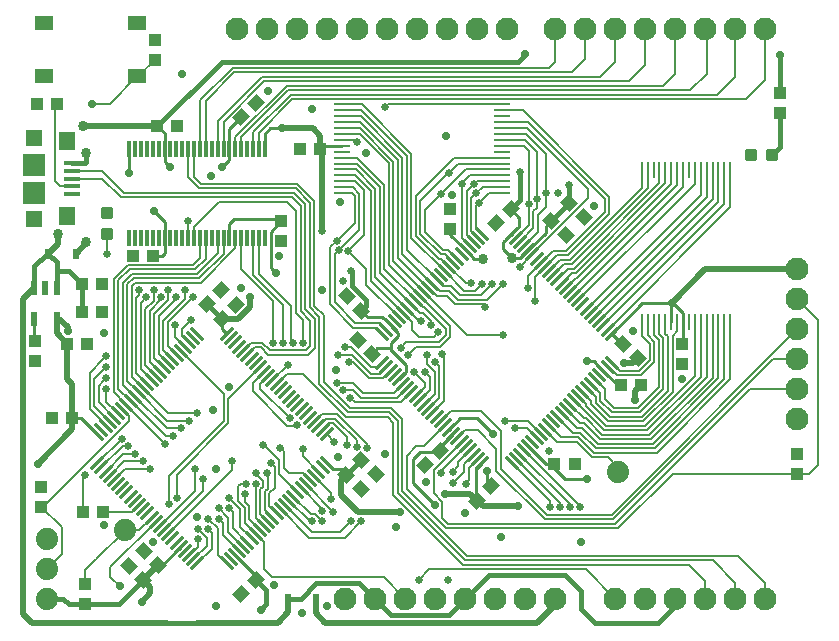
<source format=gbr>
%TF.GenerationSoftware,KiCad,Pcbnew,9.0.6*%
%TF.CreationDate,2025-12-24T16:29:08-05:00*%
%TF.ProjectId,BrainFuino,42726169-6e46-4756-996e-6f2e6b696361,rev?*%
%TF.SameCoordinates,Original*%
%TF.FileFunction,Copper,L1,Top*%
%TF.FilePolarity,Positive*%
%FSLAX46Y46*%
G04 Gerber Fmt 4.6, Leading zero omitted, Abs format (unit mm)*
G04 Created by KiCad (PCBNEW 9.0.6) date 2025-12-24 16:29:08*
%MOMM*%
%LPD*%
G01*
G04 APERTURE LIST*
G04 Aperture macros list*
%AMRoundRect*
0 Rectangle with rounded corners*
0 $1 Rounding radius*
0 $2 $3 $4 $5 $6 $7 $8 $9 X,Y pos of 4 corners*
0 Add a 4 corners polygon primitive as box body*
4,1,4,$2,$3,$4,$5,$6,$7,$8,$9,$2,$3,0*
0 Add four circle primitives for the rounded corners*
1,1,$1+$1,$2,$3*
1,1,$1+$1,$4,$5*
1,1,$1+$1,$6,$7*
1,1,$1+$1,$8,$9*
0 Add four rect primitives between the rounded corners*
20,1,$1+$1,$2,$3,$4,$5,0*
20,1,$1+$1,$4,$5,$6,$7,0*
20,1,$1+$1,$6,$7,$8,$9,0*
20,1,$1+$1,$8,$9,$2,$3,0*%
%AMRotRect*
0 Rectangle, with rotation*
0 The origin of the aperture is its center*
0 $1 length*
0 $2 width*
0 $3 Rotation angle, in degrees counterclockwise*
0 Add horizontal line*
21,1,$1,$2,0,0,$3*%
G04 Aperture macros list end*
%TA.AperFunction,SMDPad,CuDef*%
%ADD10R,1.000000X1.100000*%
%TD*%
%TA.AperFunction,SMDPad,CuDef*%
%ADD11R,1.100000X1.000000*%
%TD*%
%TA.AperFunction,SMDPad,CuDef*%
%ADD12R,0.228600X1.422400*%
%TD*%
%TA.AperFunction,SMDPad,CuDef*%
%ADD13RoundRect,0.150000X0.350000X-0.350000X0.350000X0.350000X-0.350000X0.350000X-0.350000X-0.350000X0*%
%TD*%
%TA.AperFunction,SMDPad,CuDef*%
%ADD14R,1.422400X0.228600*%
%TD*%
%TA.AperFunction,SMDPad,CuDef*%
%ADD15RotRect,1.100000X1.000000X135.000000*%
%TD*%
%TA.AperFunction,SMDPad,CuDef*%
%ADD16RotRect,1.100000X1.000000X45.000000*%
%TD*%
%TA.AperFunction,SMDPad,CuDef*%
%ADD17RotRect,1.100000X1.000000X225.000000*%
%TD*%
%TA.AperFunction,SMDPad,CuDef*%
%ADD18R,0.630000X0.830000*%
%TD*%
%TA.AperFunction,SMDPad,CuDef*%
%ADD19R,1.397000X0.457200*%
%TD*%
%TA.AperFunction,SMDPad,CuDef*%
%ADD20R,1.397000X1.600200*%
%TD*%
%TA.AperFunction,SMDPad,CuDef*%
%ADD21R,1.346200X1.447800*%
%TD*%
%TA.AperFunction,SMDPad,CuDef*%
%ADD22R,1.905000X1.905000*%
%TD*%
%TA.AperFunction,SMDPad,CuDef*%
%ADD23R,0.550000X1.200000*%
%TD*%
%TA.AperFunction,SMDPad,CuDef*%
%ADD24RotRect,1.100000X1.000000X315.000000*%
%TD*%
%TA.AperFunction,ComponentPad*%
%ADD25C,1.879600*%
%TD*%
%TA.AperFunction,SMDPad,CuDef*%
%ADD26RoundRect,0.150000X-0.350000X-0.350000X0.350000X-0.350000X0.350000X0.350000X-0.350000X0.350000X0*%
%TD*%
%TA.AperFunction,SMDPad,CuDef*%
%ADD27R,0.300000X1.450000*%
%TD*%
%TA.AperFunction,SMDPad,CuDef*%
%ADD28R,1.550000X1.300000*%
%TD*%
%TA.AperFunction,SMDPad,CuDef*%
%ADD29RotRect,1.475000X0.300000X135.000000*%
%TD*%
%TA.AperFunction,SMDPad,CuDef*%
%ADD30RotRect,1.475000X0.300000X225.000000*%
%TD*%
%TA.AperFunction,ComponentPad*%
%ADD31C,1.930400*%
%TD*%
%TA.AperFunction,SMDPad,CuDef*%
%ADD32RotRect,1.475000X0.300000X45.000000*%
%TD*%
%TA.AperFunction,ViaPad*%
%ADD33C,0.736600*%
%TD*%
%TA.AperFunction,ViaPad*%
%ADD34C,0.660400*%
%TD*%
%TA.AperFunction,ViaPad*%
%ADD35C,0.863600*%
%TD*%
%TA.AperFunction,Conductor*%
%ADD36C,0.279400*%
%TD*%
%TA.AperFunction,Conductor*%
%ADD37C,0.533400*%
%TD*%
%TA.AperFunction,Conductor*%
%ADD38C,0.203200*%
%TD*%
%TA.AperFunction,Conductor*%
%ADD39C,0.406400*%
%TD*%
%TA.AperFunction,Conductor*%
%ADD40C,0.457200*%
%TD*%
G04 APERTURE END LIST*
D10*
%TO.P,R3,1*%
%TO.N,3.3V*%
X119965100Y-129602600D03*
%TO.P,R3,2*%
%TO.N,N$23*%
X119965100Y-127902600D03*
%TD*%
D11*
%TO.P,C9,1*%
%TO.N,5V*%
X126100100Y-89128600D03*
%TO.P,C9,2*%
%TO.N,GND*%
X127800100Y-89128600D03*
%TD*%
D12*
%TO.P,IC2,1*%
%TO.N,N$35*%
X167103100Y-105727500D03*
%TO.P,IC2,2*%
%TO.N,N$36*%
X167603100Y-105727500D03*
%TO.P,IC2,3*%
%TO.N,N$37*%
X168103100Y-105727500D03*
%TO.P,IC2,4*%
%TO.N,N$58*%
X168603100Y-105727500D03*
%TO.P,IC2,5*%
%TO.N,N$59*%
X169103100Y-105727500D03*
%TO.P,IC2,6*%
%TO.N,3.3V*%
X169603100Y-105727500D03*
%TO.P,IC2,7*%
%TO.N,N$40*%
X170103100Y-105727500D03*
%TO.P,IC2,8*%
%TO.N,3.3V*%
X170603100Y-105727500D03*
%TO.P,IC2,9*%
%TO.N,N/C*%
X171103100Y-105727500D03*
%TO.P,IC2,10*%
%TO.N,N$54*%
X171603100Y-105727500D03*
%TO.P,IC2,11*%
%TO.N,N$61*%
X172103100Y-105727500D03*
%TO.P,IC2,12*%
%TO.N,N$43*%
X172603100Y-105727500D03*
%TO.P,IC2,13*%
%TO.N,N$44*%
X173103100Y-105727500D03*
%TO.P,IC2,14*%
%TO.N,N$45*%
X173603100Y-105727500D03*
%TO.P,IC2,15*%
%TO.N,N$46*%
X174103100Y-105727500D03*
%TO.P,IC2,16*%
%TO.N,N$47*%
X174603100Y-105727500D03*
%TO.P,IC2,17*%
%TO.N,N$9*%
X174603100Y-92849700D03*
%TO.P,IC2,18*%
%TO.N,N$1*%
X174103100Y-92849700D03*
%TO.P,IC2,19*%
%TO.N,N$2*%
X173603100Y-92849700D03*
%TO.P,IC2,20*%
%TO.N,N$3*%
X173103100Y-92849700D03*
%TO.P,IC2,21*%
%TO.N,N$4*%
X172603100Y-92849700D03*
%TO.P,IC2,22*%
%TO.N,N$5*%
X172103100Y-92849700D03*
%TO.P,IC2,23*%
%TO.N,N$6*%
X171603100Y-92849700D03*
%TO.P,IC2,24*%
%TO.N,GND*%
X171103100Y-92849700D03*
%TO.P,IC2,25*%
%TO.N,N$7*%
X170603100Y-92849700D03*
%TO.P,IC2,26*%
%TO.N,N$10*%
X170103100Y-92849700D03*
%TO.P,IC2,27*%
%TO.N,N$11*%
X169603100Y-92849700D03*
%TO.P,IC2,28*%
%TO.N,N$12*%
X169103100Y-92849700D03*
%TO.P,IC2,29*%
%TO.N,N$13*%
X168603100Y-92849700D03*
%TO.P,IC2,30*%
%TO.N,GND*%
X168103100Y-92849700D03*
%TO.P,IC2,31*%
%TO.N,N$14*%
X167603100Y-92849700D03*
%TO.P,IC2,32*%
%TO.N,N$8*%
X167103100Y-92849700D03*
%TD*%
D11*
%TO.P,R6,1*%
%TO.N,N$21*%
X119761900Y-121767600D03*
%TO.P,R6,2*%
%TO.N,N$20*%
X121461900Y-121767600D03*
%TD*%
D10*
%TO.P,C4,1*%
%TO.N,BRD_RST*%
X125895100Y-83501600D03*
%TO.P,C4,2*%
%TO.N,GND*%
X125895100Y-81801600D03*
%TD*%
%TO.P,R4,1*%
%TO.N,GND*%
X180251100Y-116853600D03*
%TO.P,R4,2*%
%TO.N,TCK*%
X180251100Y-118553600D03*
%TD*%
D13*
%TO.P,D3,A*%
%TO.N,N$16*%
X178130900Y-91567000D03*
%TO.P,D3,C*%
%TO.N,GND*%
X176376900Y-91567000D03*
%TD*%
D11*
%TO.P,R1,1*%
%TO.N,N$93*%
X117601100Y-87223600D03*
%TO.P,R1,2*%
%TO.N,GND*%
X115901100Y-87223600D03*
%TD*%
D14*
%TO.P,IC3,1*%
%TO.N,A11*%
X141757400Y-87283600D03*
%TO.P,IC3,2*%
%TO.N,A9*%
X141757400Y-87783600D03*
%TO.P,IC3,3*%
%TO.N,A8*%
X141757400Y-88283600D03*
%TO.P,IC3,4*%
%TO.N,A13*%
X141757400Y-88783600D03*
%TO.P,IC3,5*%
%TO.N,A14*%
X141757400Y-89283600D03*
%TO.P,IC3,6*%
%TO.N,A17*%
X141757400Y-89783600D03*
%TO.P,IC3,7*%
%TO.N,WE*%
X141757400Y-90283600D03*
%TO.P,IC3,8*%
%TO.N,3.3V*%
X141757400Y-90783600D03*
%TO.P,IC3,9*%
%TO.N,N/C*%
X141757400Y-91283600D03*
%TO.P,IC3,10*%
%TO.N,A16*%
X141757400Y-91783600D03*
%TO.P,IC3,11*%
%TO.N,A15*%
X141757400Y-92283600D03*
%TO.P,IC3,12*%
%TO.N,A12*%
X141757400Y-92783600D03*
%TO.P,IC3,13*%
%TO.N,A7*%
X141757400Y-93283600D03*
%TO.P,IC3,14*%
%TO.N,A6*%
X141757400Y-93783600D03*
%TO.P,IC3,15*%
%TO.N,A5*%
X141757400Y-94283600D03*
%TO.P,IC3,16*%
%TO.N,A4*%
X141757400Y-94783600D03*
%TO.P,IC3,17*%
%TO.N,A3*%
X155244800Y-94783600D03*
%TO.P,IC3,18*%
%TO.N,A2*%
X155244800Y-94283600D03*
%TO.P,IC3,19*%
%TO.N,A1*%
X155244800Y-93783600D03*
%TO.P,IC3,20*%
%TO.N,A0*%
X155244800Y-93283600D03*
%TO.P,IC3,21*%
%TO.N,D0*%
X155244800Y-92783600D03*
%TO.P,IC3,22*%
%TO.N,D1*%
X155244800Y-92283600D03*
%TO.P,IC3,23*%
%TO.N,D2*%
X155244800Y-91783600D03*
%TO.P,IC3,24*%
%TO.N,GND*%
X155244800Y-91283600D03*
%TO.P,IC3,25*%
%TO.N,D3*%
X155244800Y-90783600D03*
%TO.P,IC3,26*%
%TO.N,D4*%
X155244800Y-90283600D03*
%TO.P,IC3,27*%
%TO.N,D5*%
X155244800Y-89783600D03*
%TO.P,IC3,28*%
%TO.N,D6*%
X155244800Y-89283600D03*
%TO.P,IC3,29*%
%TO.N,D7*%
X155244800Y-88783600D03*
%TO.P,IC3,30*%
%TO.N,GND*%
X155244800Y-88283600D03*
%TO.P,IC3,31*%
%TO.N,A10*%
X155244800Y-87783600D03*
%TO.P,IC3,32*%
%TO.N,OE*%
X155244800Y-87283600D03*
%TD*%
D11*
%TO.P,C8,1*%
%TO.N,5V*%
X119750100Y-104876600D03*
%TO.P,C8,2*%
%TO.N,GND*%
X121450100Y-104876600D03*
%TD*%
D15*
%TO.P,C20,1*%
%TO.N,3.3V*%
X144276141Y-108424041D03*
%TO.P,C20,2*%
%TO.N,GND*%
X143074059Y-107221959D03*
%TD*%
D11*
%TO.P,C28,1*%
%TO.N,3.3V*%
X125717300Y-100076000D03*
%TO.P,C28,2*%
%TO.N,GND*%
X124017300Y-100076000D03*
%TD*%
D16*
%TO.P,C10,1*%
%TO.N,5V*%
X133207059Y-88332641D03*
%TO.P,C10,2*%
%TO.N,GND*%
X134409141Y-87130559D03*
%TD*%
D17*
%TO.P,C15,1*%
%TO.N,3.3V*%
X134409141Y-127516559D03*
%TO.P,C15,2*%
%TO.N,GND*%
X133207059Y-128718641D03*
%TD*%
D18*
%TO.P,D1,A*%
%TO.N,N$19*%
X119171100Y-99923600D03*
%TO.P,D1,C*%
%TO.N,5V*%
X116871100Y-99923600D03*
%TD*%
D19*
%TO.P,J1,1*%
%TO.N,N$19*%
X118859300Y-92269000D03*
%TO.P,J1,2*%
%TO.N,USB_DN*%
X118859300Y-92919000D03*
%TO.P,J1,3*%
%TO.N,USB_DP*%
X118859300Y-93569000D03*
%TO.P,J1,4*%
%TO.N,N$93*%
X118859300Y-94219000D03*
%TO.P,J1,5*%
%TO.N,GND*%
X118859300Y-94869000D03*
D20*
%TO.P,J1,6*%
X118478300Y-90368600D03*
%TO.P,J1,7*%
X118478300Y-96769400D03*
D21*
%TO.P,J1,8*%
X115633500Y-90144000D03*
%TO.P,J1,9*%
X115633500Y-96994000D03*
D22*
%TO.P,J1,10*%
X115633500Y-92369000D03*
%TO.P,J1,11*%
X115633500Y-94769000D03*
%TD*%
D16*
%TO.P,C17,1*%
%TO.N,3.3V*%
X131556059Y-105477641D03*
%TO.P,C17,2*%
%TO.N,GND*%
X132758141Y-104275559D03*
%TD*%
D11*
%TO.P,C27,1*%
%TO.N,3.3V*%
X139865100Y-91033600D03*
%TO.P,C27,2*%
%TO.N,GND*%
X138165100Y-91033600D03*
%TD*%
D23*
%TO.P,IC6,1*%
%TO.N,5V*%
X117574100Y-102814500D03*
%TO.P,IC6,2*%
%TO.N,GND*%
X116624100Y-102814500D03*
%TO.P,IC6,3*%
%TO.N,5V*%
X115674100Y-102814500D03*
%TO.P,IC6,4*%
%TO.N,N$17*%
X115674100Y-105414700D03*
%TO.P,IC6,5*%
%TO.N,3.3V*%
X117574100Y-105414700D03*
%TD*%
D17*
%TO.P,C7,1*%
%TO.N,3.3V*%
X155999141Y-96147559D03*
%TO.P,C7,2*%
%TO.N,GND*%
X154797059Y-97349641D03*
%TD*%
D24*
%TO.P,C11,1*%
%TO.N,3.3V*%
X143367059Y-117356559D03*
%TO.P,C11,2*%
%TO.N,GND*%
X144569141Y-118558641D03*
%TD*%
D25*
%TO.P,J2,1*%
%TO.N,3.3V*%
X116751100Y-129133600D03*
%TO.P,J2,2*%
%TO.N,BOOT0*%
X116751100Y-126593600D03*
%TO.P,J2,3*%
%TO.N,N/C*%
X116751100Y-124053600D03*
%TD*%
D10*
%TO.P,R5,1*%
%TO.N,N$16*%
X178828700Y-88022800D03*
%TO.P,R5,2*%
%TO.N,5V*%
X178828700Y-86322800D03*
%TD*%
D17*
%TO.P,C21,1*%
%TO.N,3.3V*%
X149991141Y-116594559D03*
%TO.P,C21,2*%
%TO.N,GND*%
X148789059Y-117796641D03*
%TD*%
D10*
%TO.P,R2,1*%
%TO.N,GND*%
X116282100Y-119647600D03*
%TO.P,R2,2*%
%TO.N,BOOT0*%
X116282100Y-121347600D03*
%TD*%
D24*
%TO.P,C25,1*%
%TO.N,3.3V*%
X165553059Y-107577559D03*
%TO.P,C25,2*%
%TO.N,GND*%
X166755141Y-108779641D03*
%TD*%
%TO.P,C19,1*%
%TO.N,3.3V*%
X159457059Y-97163559D03*
%TO.P,C19,2*%
%TO.N,GND*%
X160659141Y-98365641D03*
%TD*%
D26*
%TO.P,D4,A*%
%TO.N,N$21*%
X121831100Y-98260600D03*
%TO.P,D4,C*%
%TO.N,GND*%
X121831100Y-96506600D03*
%TD*%
D27*
%TO.P,IC5,1*%
%TO.N,3.3V*%
X135201100Y-91068600D03*
%TO.P,IC5,2*%
%TO.N,N$34*%
X134701100Y-91068600D03*
%TO.P,IC5,3*%
%TO.N,N$49*%
X134201100Y-91068600D03*
%TO.P,IC5,4*%
%TO.N,GND*%
X133701100Y-91068600D03*
%TO.P,IC5,5*%
%TO.N,N$50*%
X133201100Y-91068600D03*
%TO.P,IC5,6*%
%TO.N,N$51*%
X132701100Y-91068600D03*
%TO.P,IC5,7*%
%TO.N,5V*%
X132201100Y-91068600D03*
%TO.P,IC5,8*%
%TO.N,N$52*%
X131701100Y-91068600D03*
%TO.P,IC5,9*%
%TO.N,N$53*%
X131201100Y-91068600D03*
%TO.P,IC5,10*%
%TO.N,GND*%
X130701100Y-91068600D03*
%TO.P,IC5,11*%
%TO.N,N$55*%
X130201100Y-91068600D03*
%TO.P,IC5,12*%
%TO.N,N$56*%
X129701100Y-91068600D03*
%TO.P,IC5,13*%
%TO.N,OUTSTRB*%
X129201100Y-91068600D03*
%TO.P,IC5,14*%
%TO.N,INSTRB*%
X128701100Y-91068600D03*
%TO.P,IC5,15*%
%TO.N,GND*%
X128201100Y-91068600D03*
%TO.P,IC5,16*%
%TO.N,N/C*%
X127701100Y-91068600D03*
%TO.P,IC5,17*%
X127201100Y-91068600D03*
%TO.P,IC5,18*%
%TO.N,5V*%
X126701100Y-91068600D03*
%TO.P,IC5,19*%
%TO.N,N/C*%
X126201100Y-91068600D03*
%TO.P,IC5,20*%
X125701100Y-91068600D03*
%TO.P,IC5,21*%
%TO.N,GND*%
X125201100Y-91068600D03*
%TO.P,IC5,22*%
%TO.N,N/C*%
X124701100Y-91068600D03*
%TO.P,IC5,23*%
X124201100Y-91068600D03*
%TO.P,IC5,24*%
%TO.N,3.3V*%
X123701100Y-91068600D03*
%TO.P,IC5,25*%
%TO.N,GND*%
X123701100Y-98618600D03*
%TO.P,IC5,26*%
%TO.N,N/C*%
X124201100Y-98618600D03*
%TO.P,IC5,27*%
X124701100Y-98618600D03*
%TO.P,IC5,28*%
%TO.N,GND*%
X125201100Y-98618600D03*
%TO.P,IC5,29*%
%TO.N,N/C*%
X125701100Y-98618600D03*
%TO.P,IC5,30*%
X126201100Y-98618600D03*
%TO.P,IC5,31*%
%TO.N,3.3V*%
X126701100Y-98618600D03*
%TO.P,IC5,32*%
%TO.N,N/C*%
X127201100Y-98618600D03*
%TO.P,IC5,33*%
X127701100Y-98618600D03*
%TO.P,IC5,34*%
%TO.N,GND*%
X128201100Y-98618600D03*
%TO.P,IC5,35*%
%TO.N,INSTR_LVL*%
X128701100Y-98618600D03*
%TO.P,IC5,36*%
%TO.N,OUTSTR_BFUP*%
X129201100Y-98618600D03*
%TO.P,IC5,37*%
%TO.N,OUT7*%
X129701100Y-98618600D03*
%TO.P,IC5,38*%
%TO.N,OUT6*%
X130201100Y-98618600D03*
%TO.P,IC5,39*%
%TO.N,GND*%
X130701100Y-98618600D03*
%TO.P,IC5,40*%
%TO.N,OUT5*%
X131201100Y-98618600D03*
%TO.P,IC5,41*%
%TO.N,OUT4*%
X131701100Y-98618600D03*
%TO.P,IC5,42*%
%TO.N,3.3V*%
X132201100Y-98618600D03*
%TO.P,IC5,43*%
%TO.N,OUT3*%
X132701100Y-98618600D03*
%TO.P,IC5,44*%
%TO.N,OUT2*%
X133201100Y-98618600D03*
%TO.P,IC5,45*%
%TO.N,GND*%
X133701100Y-98618600D03*
%TO.P,IC5,46*%
%TO.N,OUT1*%
X134201100Y-98618600D03*
%TO.P,IC5,47*%
%TO.N,OUT0*%
X134701100Y-98618600D03*
%TO.P,IC5,48*%
%TO.N,GND*%
X135201100Y-98618600D03*
%TD*%
D18*
%TO.P,D2,A*%
%TO.N,N$18*%
X139491100Y-129133600D03*
%TO.P,D2,C*%
%TO.N,5V*%
X137191100Y-129133600D03*
%TD*%
D10*
%TO.P,C29,1*%
%TO.N,3.3V*%
X136602100Y-97168600D03*
%TO.P,C29,2*%
%TO.N,GND*%
X136602100Y-98868600D03*
%TD*%
D28*
%TO.P,S1,A1*%
%TO.N,N/C*%
X116459100Y-84901600D03*
%TO.P,S1,A2*%
%TO.N,BRD_RST*%
X124409100Y-84901600D03*
%TO.P,S1,B1*%
%TO.N,N/C*%
X116459100Y-80401600D03*
%TO.P,S1,B2*%
%TO.N,GND*%
X124409100Y-80401600D03*
%TD*%
D29*
%TO.P,IC1,1*%
%TO.N,IN3_BFUP*%
X156080052Y-117638833D03*
%TO.P,IC1,2*%
%TO.N,IN2_BFUP*%
X156433605Y-117285280D03*
%TO.P,IC1,3*%
%TO.N,IN1_BFUP*%
X156787158Y-116931726D03*
%TO.P,IC1,4*%
%TO.N,IN0_BFUP*%
X157140712Y-116578173D03*
%TO.P,IC1,5*%
%TO.N,3.3V*%
X157494265Y-116224619D03*
%TO.P,IC1,6*%
%TO.N,GND*%
X157847819Y-115871066D03*
%TO.P,IC1,7*%
%TO.N,BF_RST*%
X158201372Y-115517513D03*
%TO.P,IC1,8*%
%TO.N,BF_CLK*%
X158554925Y-115163959D03*
%TO.P,IC1,9*%
%TO.N,N$15*%
X158908479Y-114810406D03*
%TO.P,IC1,10*%
%TO.N,N$47*%
X159262032Y-114456852D03*
%TO.P,IC1,11*%
%TO.N,N/C*%
X159615585Y-114103299D03*
%TO.P,IC1,12*%
%TO.N,N$46*%
X159969139Y-113749746D03*
%TO.P,IC1,13*%
%TO.N,N$45*%
X160322692Y-113396192D03*
%TO.P,IC1,14*%
%TO.N,N$44*%
X160676246Y-113042639D03*
%TO.P,IC1,15*%
%TO.N,N$43*%
X161029799Y-112689085D03*
%TO.P,IC1,16*%
%TO.N,N$61*%
X161383352Y-112335532D03*
%TO.P,IC1,17*%
%TO.N,N$54*%
X161736906Y-111981979D03*
%TO.P,IC1,18*%
%TO.N,N$40*%
X162090459Y-111628425D03*
%TO.P,IC1,19*%
%TO.N,N$59*%
X162444013Y-111274872D03*
%TO.P,IC1,20*%
%TO.N,N$58*%
X162797566Y-110921319D03*
%TO.P,IC1,21*%
%TO.N,N$37*%
X163151119Y-110567765D03*
%TO.P,IC1,22*%
%TO.N,GND*%
X163504673Y-110214212D03*
%TO.P,IC1,23*%
%TO.N,3.3V*%
X163858226Y-109860658D03*
%TO.P,IC1,24*%
%TO.N,N$36*%
X164211780Y-109507105D03*
%TO.P,IC1,25*%
%TO.N,N$35*%
X164565333Y-109153552D03*
D30*
%TO.P,IC1,26*%
%TO.N,3.3V*%
X164565333Y-106695648D03*
%TO.P,IC1,27*%
%TO.N,N$9*%
X164211780Y-106342095D03*
%TO.P,IC1,28*%
%TO.N,N$1*%
X163858226Y-105988542D03*
%TO.P,IC1,29*%
%TO.N,N$2*%
X163504673Y-105634988D03*
%TO.P,IC1,30*%
%TO.N,N$3*%
X163151119Y-105281435D03*
%TO.P,IC1,31*%
%TO.N,N$4*%
X162797566Y-104927881D03*
%TO.P,IC1,32*%
%TO.N,N$5*%
X162444013Y-104574328D03*
%TO.P,IC1,33*%
%TO.N,GND*%
X162090459Y-104220775D03*
%TO.P,IC1,34*%
%TO.N,N$6*%
X161736906Y-103867221D03*
%TO.P,IC1,35*%
%TO.N,N$7*%
X161383352Y-103513668D03*
%TO.P,IC1,36*%
%TO.N,N$10*%
X161029799Y-103160115D03*
%TO.P,IC1,37*%
%TO.N,N$11*%
X160676246Y-102806561D03*
%TO.P,IC1,38*%
%TO.N,N$12*%
X160322692Y-102453008D03*
%TO.P,IC1,39*%
%TO.N,N$13*%
X159969139Y-102099454D03*
%TO.P,IC1,40*%
%TO.N,N$14*%
X159615585Y-101745901D03*
%TO.P,IC1,41*%
%TO.N,N$8*%
X159262032Y-101392348D03*
%TO.P,IC1,42*%
%TO.N,A10*%
X158908479Y-101038794D03*
%TO.P,IC1,43*%
%TO.N,D7*%
X158554925Y-100685241D03*
%TO.P,IC1,44*%
%TO.N,GND*%
X158201372Y-100331687D03*
%TO.P,IC1,45*%
%TO.N,D6*%
X157847819Y-99978134D03*
%TO.P,IC1,46*%
%TO.N,3.3V*%
X157494265Y-99624581D03*
%TO.P,IC1,47*%
%TO.N,D5*%
X157140712Y-99271027D03*
%TO.P,IC1,48*%
%TO.N,D4*%
X156787158Y-98917474D03*
%TO.P,IC1,49*%
%TO.N,D3*%
X156433605Y-98563920D03*
%TO.P,IC1,50*%
%TO.N,3.3V*%
X156080052Y-98210367D03*
D29*
%TO.P,IC1,51*%
%TO.N,A3*%
X153622148Y-98210367D03*
%TO.P,IC1,52*%
%TO.N,A2*%
X153268595Y-98563920D03*
%TO.P,IC1,53*%
%TO.N,A1*%
X152915042Y-98917474D03*
%TO.P,IC1,54*%
%TO.N,A0*%
X152561488Y-99271027D03*
%TO.P,IC1,55*%
%TO.N,3.3V*%
X152207935Y-99624581D03*
%TO.P,IC1,56*%
%TO.N,GND*%
X151854381Y-99978134D03*
%TO.P,IC1,57*%
%TO.N,D0*%
X151500828Y-100331687D03*
%TO.P,IC1,58*%
%TO.N,D1*%
X151147275Y-100685241D03*
%TO.P,IC1,59*%
%TO.N,D2*%
X150793721Y-101038794D03*
%TO.P,IC1,60*%
%TO.N,A11*%
X150440168Y-101392348D03*
%TO.P,IC1,61*%
%TO.N,N/C*%
X150086615Y-101745901D03*
%TO.P,IC1,62*%
%TO.N,A9*%
X149733061Y-102099454D03*
%TO.P,IC1,63*%
%TO.N,A8*%
X149379508Y-102453008D03*
%TO.P,IC1,64*%
%TO.N,A13*%
X149025954Y-102806561D03*
%TO.P,IC1,65*%
%TO.N,A14*%
X148672401Y-103160115D03*
%TO.P,IC1,66*%
%TO.N,A17*%
X148318848Y-103513668D03*
%TO.P,IC1,67*%
%TO.N,A16*%
X147965294Y-103867221D03*
%TO.P,IC1,68*%
%TO.N,A15*%
X147611741Y-104220775D03*
%TO.P,IC1,69*%
%TO.N,A12*%
X147258187Y-104574328D03*
%TO.P,IC1,70*%
%TO.N,A7*%
X146904634Y-104927881D03*
%TO.P,IC1,71*%
%TO.N,A6*%
X146551081Y-105281435D03*
%TO.P,IC1,72*%
%TO.N,GND*%
X146197527Y-105634988D03*
%TO.P,IC1,73*%
%TO.N,3.3V*%
X145843974Y-105988542D03*
%TO.P,IC1,74*%
%TO.N,A5*%
X145490420Y-106342095D03*
%TO.P,IC1,75*%
%TO.N,A4*%
X145136867Y-106695648D03*
D30*
%TO.P,IC1,76*%
%TO.N,INCMG_BFUP*%
X145136867Y-109153552D03*
%TO.P,IC1,77*%
%TO.N,INSTR_BFUP*%
X145490420Y-109507105D03*
%TO.P,IC1,78*%
%TO.N,OUTSTR_BFUP*%
X145843974Y-109860658D03*
%TO.P,IC1,79*%
%TO.N,GND*%
X146197527Y-110214212D03*
%TO.P,IC1,80*%
%TO.N,3.3V*%
X146551081Y-110567765D03*
%TO.P,IC1,81*%
%TO.N,OUT0*%
X146904634Y-110921319D03*
%TO.P,IC1,82*%
%TO.N,OUT1*%
X147258187Y-111274872D03*
%TO.P,IC1,83*%
%TO.N,OUT2*%
X147611741Y-111628425D03*
%TO.P,IC1,84*%
%TO.N,OUT3*%
X147965294Y-111981979D03*
%TO.P,IC1,85*%
%TO.N,OUT4*%
X148318848Y-112335532D03*
%TO.P,IC1,86*%
%TO.N,OUT5*%
X148672401Y-112689085D03*
%TO.P,IC1,87*%
%TO.N,OUT6*%
X149025954Y-113042639D03*
%TO.P,IC1,88*%
%TO.N,OUT7*%
X149379508Y-113396192D03*
%TO.P,IC1,89*%
%TO.N,N/C*%
X149733061Y-113749746D03*
%TO.P,IC1,90*%
%TO.N,TMS*%
X150086615Y-114103299D03*
%TO.P,IC1,91*%
%TO.N,TCK*%
X150440168Y-114456852D03*
%TO.P,IC1,92*%
%TO.N,GND*%
X150793721Y-114810406D03*
%TO.P,IC1,93*%
%TO.N,3.3V*%
X151147275Y-115163959D03*
%TO.P,IC1,94*%
%TO.N,TDI*%
X151500828Y-115517513D03*
%TO.P,IC1,95*%
%TO.N,TDO*%
X151854381Y-115871066D03*
%TO.P,IC1,96*%
%TO.N,IN7_BFUP*%
X152207935Y-116224619D03*
%TO.P,IC1,97*%
%TO.N,IN6_BFUP*%
X152561488Y-116578173D03*
%TO.P,IC1,98*%
%TO.N,IN5_BFUP*%
X152915042Y-116931726D03*
%TO.P,IC1,99*%
%TO.N,IN4_BFUP*%
X153268595Y-117285280D03*
%TO.P,IC1,100*%
%TO.N,3.3V*%
X153622148Y-117638833D03*
%TD*%
D10*
%TO.P,C26,1*%
%TO.N,3.3V*%
X170511100Y-107582600D03*
%TO.P,C26,2*%
%TO.N,GND*%
X170511100Y-109282600D03*
%TD*%
D24*
%TO.P,C3,1*%
%TO.N,3.3V*%
X160981059Y-95639559D03*
%TO.P,C3,2*%
%TO.N,GND*%
X162183141Y-96841641D03*
%TD*%
D15*
%TO.P,C13,1*%
%TO.N,3.3V*%
X124884141Y-127575641D03*
%TO.P,C13,2*%
%TO.N,GND*%
X123682059Y-126373559D03*
%TD*%
D24*
%TO.P,C16,1*%
%TO.N,3.3V*%
X142097059Y-118626559D03*
%TO.P,C16,2*%
%TO.N,GND*%
X143299141Y-119828641D03*
%TD*%
D25*
%TO.P,NRST0,1*%
%TO.N,N$23*%
X123329700Y-123317000D03*
%TD*%
D11*
%TO.P,C1,1*%
%TO.N,5V*%
X119711100Y-102463600D03*
%TO.P,C1,2*%
%TO.N,GND*%
X121411100Y-102463600D03*
%TD*%
%TO.P,C2,1*%
%TO.N,3.3V*%
X118441100Y-107543600D03*
%TO.P,C2,2*%
%TO.N,GND*%
X120141100Y-107543600D03*
%TD*%
D15*
%TO.P,C6,1*%
%TO.N,3.3V*%
X143361741Y-104741041D03*
%TO.P,C6,2*%
%TO.N,GND*%
X142159659Y-103538959D03*
%TD*%
D31*
%TO.P,B1,3.3V*%
%TO.N,3.3V*%
X149631093Y-129133600D03*
%TO.P,B1,5V*%
%TO.N,5V*%
X152171093Y-129133600D03*
%TO.P,B1,5V@1*%
X169951093Y-129133600D03*
%TO.P,B1,AIN*%
%TO.N,AIN0*%
X164871093Y-129133600D03*
%TO.P,B1,AREF*%
%TO.N,AIEN*%
X137947093Y-80873600D03*
%TO.P,B1,GND@1*%
%TO.N,GND*%
X154711093Y-129133600D03*
%TO.P,B1,GND@2*%
X157251093Y-129133600D03*
%TO.P,B1,GND@3*%
X140487093Y-80873600D03*
%TO.P,B1,GND@4*%
X180251099Y-113943612D03*
%TO.P,B1,IN0*%
%TO.N,IN0*%
X155727093Y-80873600D03*
%TO.P,B1,IN1*%
%TO.N,IN1*%
X153187093Y-80873600D03*
%TO.P,B1,IN2*%
%TO.N,IN2*%
X150647093Y-80873600D03*
%TO.P,B1,IN3*%
%TO.N,IN3*%
X148107093Y-80873600D03*
%TO.P,B1,IN4*%
%TO.N,IN4*%
X145567093Y-80873600D03*
%TO.P,B1,IN5*%
%TO.N,IN5*%
X143027093Y-80873600D03*
%TO.P,B1,IN6*%
%TO.N,IN6*%
X135407093Y-80873600D03*
%TO.P,B1,IN7*%
%TO.N,IN7*%
X132867093Y-80873600D03*
%TO.P,B1,INCOMING*%
%TO.N,INCMG*%
X172491093Y-129133600D03*
%TO.P,B1,INST*%
%TO.N,INSTRB*%
X175031093Y-129133600D03*
%TO.P,B1,IOREF*%
%TO.N,5V*%
X144551093Y-129133600D03*
%TO.P,B1,NC*%
%TO.N,N/C*%
X142011093Y-129133600D03*
%TO.P,B1,NC@1*%
X167411093Y-129133600D03*
%TO.P,B1,OUT0*%
%TO.N,N$34*%
X177571093Y-80873600D03*
%TO.P,B1,OUT1*%
%TO.N,N$49*%
X175031093Y-80873600D03*
%TO.P,B1,OUT2*%
%TO.N,N$50*%
X172491093Y-80873600D03*
%TO.P,B1,OUT3*%
%TO.N,N$51*%
X169951093Y-80873600D03*
%TO.P,B1,OUT4*%
%TO.N,N$52*%
X167411093Y-80873600D03*
%TO.P,B1,OUT5*%
%TO.N,N$53*%
X164871093Y-80873600D03*
%TO.P,B1,OUT6*%
%TO.N,N$55*%
X162331093Y-80873600D03*
%TO.P,B1,OUT7*%
%TO.N,N$56*%
X159791093Y-80873600D03*
%TO.P,B1,OUTST*%
%TO.N,OUTSTRB*%
X177571093Y-129133600D03*
%TO.P,B1,RESET@1*%
%TO.N,BRD_RST*%
X147091093Y-129133600D03*
%TO.P,B1,TCK*%
%TO.N,TCK*%
X180251099Y-103783613D03*
%TO.P,B1,TDI*%
%TO.N,TDI*%
X180251099Y-108863612D03*
%TO.P,B1,TDO*%
%TO.N,TDO*%
X180251099Y-111403612D03*
%TO.P,B1,TMS*%
%TO.N,TMS*%
X180251099Y-106323612D03*
%TO.P,B1,VCC*%
%TO.N,3.3V*%
X180251099Y-101243613D03*
%TO.P,B1,VIN*%
%TO.N,N$18*%
X159791093Y-129133600D03*
%TD*%
D11*
%TO.P,C14,1*%
%TO.N,3.3V*%
X118910100Y-113842800D03*
%TO.P,C14,2*%
%TO.N,GND*%
X117210100Y-113842800D03*
%TD*%
D32*
%TO.P,IC4,1*%
%TO.N,A2*%
X121006867Y-117662552D03*
%TO.P,IC4,2*%
%TO.N,A3*%
X121360420Y-118016105D03*
%TO.P,IC4,3*%
%TO.N,A4*%
X121713974Y-118369658D03*
%TO.P,IC4,4*%
%TO.N,A5*%
X122067527Y-118723212D03*
%TO.P,IC4,5*%
%TO.N,A6*%
X122421081Y-119076765D03*
%TO.P,IC4,6*%
%TO.N,N/C*%
X122774634Y-119430319D03*
%TO.P,IC4,7*%
X123128187Y-119783872D03*
%TO.P,IC4,8*%
X123481741Y-120137425D03*
%TO.P,IC4,9*%
X123835294Y-120490979D03*
%TO.P,IC4,10*%
X124188848Y-120844532D03*
%TO.P,IC4,11*%
%TO.N,N$20*%
X124542401Y-121198085D03*
%TO.P,IC4,12*%
%TO.N,N/C*%
X124895954Y-121551639D03*
%TO.P,IC4,13*%
X125249508Y-121905192D03*
%TO.P,IC4,14*%
%TO.N,N$23*%
X125603061Y-122258746D03*
%TO.P,IC4,15*%
%TO.N,AIN0*%
X125956615Y-122612299D03*
%TO.P,IC4,16*%
%TO.N,INSTR_BFUP*%
X126310168Y-122965852D03*
%TO.P,IC4,17*%
%TO.N,INSTR_LVL*%
X126663721Y-123319406D03*
%TO.P,IC4,18*%
%TO.N,OUTSTR_BFUP*%
X127017275Y-123672959D03*
%TO.P,IC4,19*%
%TO.N,N/C*%
X127370828Y-124026513D03*
%TO.P,IC4,20*%
%TO.N,GND*%
X127724381Y-124380066D03*
%TO.P,IC4,21*%
%TO.N,3.3V*%
X128077935Y-124733619D03*
%TO.P,IC4,22*%
%TO.N,N/C*%
X128431488Y-125087173D03*
%TO.P,IC4,23*%
%TO.N,IN0_BFUP*%
X128785042Y-125440726D03*
%TO.P,IC4,24*%
%TO.N,IN1_BFUP*%
X129138595Y-125794280D03*
%TO.P,IC4,25*%
%TO.N,IN2_BFUP*%
X129492148Y-126147833D03*
D29*
%TO.P,IC4,26*%
%TO.N,IN3_BFUP*%
X131950052Y-126147833D03*
%TO.P,IC4,27*%
%TO.N,GND*%
X132303605Y-125794280D03*
%TO.P,IC4,28*%
%TO.N,3.3V*%
X132657158Y-125440726D03*
%TO.P,IC4,29*%
%TO.N,IN4_BFUP*%
X133010712Y-125087173D03*
%TO.P,IC4,30*%
%TO.N,IN5_BFUP*%
X133364265Y-124733619D03*
%TO.P,IC4,31*%
%TO.N,IN6_BFUP*%
X133717819Y-124380066D03*
%TO.P,IC4,32*%
%TO.N,IN7_BFUP*%
X134071372Y-124026513D03*
%TO.P,IC4,33*%
%TO.N,BRD_RST*%
X134424925Y-123672959D03*
%TO.P,IC4,34*%
%TO.N,AIEN*%
X134778479Y-123319406D03*
%TO.P,IC4,35*%
%TO.N,OUT0*%
X135132032Y-122965852D03*
%TO.P,IC4,36*%
%TO.N,OUT1*%
X135485585Y-122612299D03*
%TO.P,IC4,37*%
%TO.N,OUT2*%
X135839139Y-122258746D03*
%TO.P,IC4,38*%
%TO.N,A7*%
X136192692Y-121905192D03*
%TO.P,IC4,39*%
%TO.N,A8*%
X136546246Y-121551639D03*
%TO.P,IC4,40*%
%TO.N,A9*%
X136899799Y-121198085D03*
%TO.P,IC4,41*%
%TO.N,A10*%
X137253352Y-120844532D03*
%TO.P,IC4,42*%
%TO.N,A11*%
X137606906Y-120490979D03*
%TO.P,IC4,43*%
%TO.N,A12*%
X137960459Y-120137425D03*
%TO.P,IC4,44*%
%TO.N,A13*%
X138314013Y-119783872D03*
%TO.P,IC4,45*%
%TO.N,A14*%
X138667566Y-119430319D03*
%TO.P,IC4,46*%
%TO.N,A15*%
X139021119Y-119076765D03*
%TO.P,IC4,47*%
%TO.N,D2*%
X139374673Y-118723212D03*
%TO.P,IC4,48*%
%TO.N,D3*%
X139728226Y-118369658D03*
%TO.P,IC4,49*%
%TO.N,GND*%
X140081780Y-118016105D03*
%TO.P,IC4,50*%
%TO.N,3.3V*%
X140435333Y-117662552D03*
D32*
%TO.P,IC4,51*%
%TO.N,D4*%
X140435333Y-115204648D03*
%TO.P,IC4,52*%
%TO.N,D5*%
X140081780Y-114851095D03*
%TO.P,IC4,53*%
%TO.N,D6*%
X139728226Y-114497542D03*
%TO.P,IC4,54*%
%TO.N,D7*%
X139374673Y-114143988D03*
%TO.P,IC4,55*%
%TO.N,N/C*%
X139021119Y-113790435D03*
%TO.P,IC4,56*%
X138667566Y-113436881D03*
%TO.P,IC4,57*%
X138314013Y-113083328D03*
%TO.P,IC4,58*%
X137960459Y-112729775D03*
%TO.P,IC4,59*%
X137606906Y-112376221D03*
%TO.P,IC4,60*%
X137253352Y-112022668D03*
%TO.P,IC4,61*%
X136899799Y-111669115D03*
%TO.P,IC4,62*%
X136546246Y-111315561D03*
%TO.P,IC4,63*%
%TO.N,INCMG*%
X136192692Y-110962008D03*
%TO.P,IC4,64*%
%TO.N,INCMG_BFUP*%
X135839139Y-110608454D03*
%TO.P,IC4,65*%
%TO.N,A16*%
X135485585Y-110254901D03*
%TO.P,IC4,66*%
%TO.N,A17*%
X135132032Y-109901348D03*
%TO.P,IC4,67*%
%TO.N,BF_CLK*%
X134778479Y-109547794D03*
%TO.P,IC4,68*%
%TO.N,N/C*%
X134424925Y-109194241D03*
%TO.P,IC4,69*%
X134071372Y-108840687D03*
%TO.P,IC4,70*%
%TO.N,USB_DN*%
X133717819Y-108487134D03*
%TO.P,IC4,71*%
%TO.N,USB_DP*%
X133364265Y-108133581D03*
%TO.P,IC4,72*%
%TO.N,N/C*%
X133010712Y-107780027D03*
%TO.P,IC4,73*%
X132657158Y-107426474D03*
%TO.P,IC4,74*%
%TO.N,GND*%
X132303605Y-107072920D03*
%TO.P,IC4,75*%
%TO.N,3.3V*%
X131950052Y-106719367D03*
D29*
%TO.P,IC4,76*%
%TO.N,N/C*%
X129492148Y-106719367D03*
%TO.P,IC4,77*%
X129138595Y-107072920D03*
%TO.P,IC4,78*%
%TO.N,OE*%
X128785042Y-107426474D03*
%TO.P,IC4,79*%
%TO.N,WE*%
X128431488Y-107780027D03*
%TO.P,IC4,80*%
%TO.N,BF_RST*%
X128077935Y-108133581D03*
%TO.P,IC4,81*%
%TO.N,IN0*%
X127724381Y-108487134D03*
%TO.P,IC4,82*%
%TO.N,IN1*%
X127370828Y-108840687D03*
%TO.P,IC4,83*%
%TO.N,IN2*%
X127017275Y-109194241D03*
%TO.P,IC4,84*%
%TO.N,IN3*%
X126663721Y-109547794D03*
%TO.P,IC4,85*%
%TO.N,IN4*%
X126310168Y-109901348D03*
%TO.P,IC4,86*%
%TO.N,IN5*%
X125956615Y-110254901D03*
%TO.P,IC4,87*%
%TO.N,IN6*%
X125603061Y-110608454D03*
%TO.P,IC4,88*%
%TO.N,IN7*%
X125249508Y-110962008D03*
%TO.P,IC4,89*%
%TO.N,OUT3*%
X124895954Y-111315561D03*
%TO.P,IC4,90*%
%TO.N,OUT4*%
X124542401Y-111669115D03*
%TO.P,IC4,91*%
%TO.N,OUT5*%
X124188848Y-112022668D03*
%TO.P,IC4,92*%
%TO.N,OUT6*%
X123835294Y-112376221D03*
%TO.P,IC4,93*%
%TO.N,OUT7*%
X123481741Y-112729775D03*
%TO.P,IC4,94*%
%TO.N,BOOT0*%
X123128187Y-113083328D03*
%TO.P,IC4,95*%
%TO.N,D0*%
X122774634Y-113436881D03*
%TO.P,IC4,96*%
%TO.N,D1*%
X122421081Y-113790435D03*
%TO.P,IC4,97*%
%TO.N,A0*%
X122067527Y-114143988D03*
%TO.P,IC4,98*%
%TO.N,A1*%
X121713974Y-114497542D03*
%TO.P,IC4,99*%
%TO.N,GND*%
X121360420Y-114851095D03*
%TO.P,IC4,100*%
%TO.N,3.3V*%
X121006867Y-115204648D03*
%TD*%
D10*
%TO.P,C30,1*%
%TO.N,N$17*%
X115735100Y-107328600D03*
%TO.P,C30,2*%
%TO.N,GND*%
X115735100Y-109028600D03*
%TD*%
D25*
%TO.P,PL3C0,1*%
%TO.N,N$15*%
X165138100Y-118389400D03*
%TD*%
D16*
%TO.P,C12,1*%
%TO.N,3.3V*%
X130286059Y-104207641D03*
%TO.P,C12,2*%
%TO.N,GND*%
X131488141Y-103005559D03*
%TD*%
D10*
%TO.P,C5,1*%
%TO.N,3.3V*%
X150914100Y-97852600D03*
%TO.P,C5,2*%
%TO.N,GND*%
X150914100Y-96152600D03*
%TD*%
D16*
%TO.P,C22,1*%
%TO.N,3.3V*%
X153183259Y-120819241D03*
%TO.P,C22,2*%
%TO.N,GND*%
X154385341Y-119617159D03*
%TD*%
D15*
%TO.P,C18,1*%
%TO.N,3.3V*%
X126154141Y-126305641D03*
%TO.P,C18,2*%
%TO.N,GND*%
X124952059Y-125103559D03*
%TD*%
D11*
%TO.P,C23,1*%
%TO.N,3.3V*%
X159716100Y-117703600D03*
%TO.P,C23,2*%
%TO.N,GND*%
X161416100Y-117703600D03*
%TD*%
%TO.P,C24,1*%
%TO.N,3.3V*%
X165354900Y-111023400D03*
%TO.P,C24,2*%
%TO.N,GND*%
X167054900Y-111023400D03*
%TD*%
D33*
%TO.N,GND*%
X125691900Y-124307600D03*
X136410700Y-100101400D03*
D34*
X159219900Y-116619400D03*
D33*
X133184900Y-102844600D03*
X140068300Y-103026875D03*
X121602500Y-122885200D03*
X139179300Y-87630000D03*
X150558500Y-89941400D03*
X129451100Y-122250200D03*
D34*
X160007300Y-94767400D03*
D33*
X130771900Y-113157000D03*
X121602500Y-106629200D03*
D34*
X150710900Y-127558800D03*
D33*
X163106100Y-95910400D03*
X145376900Y-116840000D03*
X166510937Y-112328800D03*
X170501256Y-110493757D03*
X141592300Y-95504000D03*
X141389100Y-117119400D03*
X131102100Y-129717800D03*
X165578106Y-109181900D03*
X131025900Y-118186200D03*
X146342100Y-123037600D03*
X135445500Y-86106000D03*
X128181100Y-84683600D03*
D34*
X141774518Y-102255982D03*
D33*
X130619500Y-93345000D03*
X140449300Y-129768600D03*
X138366500Y-130302000D03*
X148856700Y-119227600D03*
X132168900Y-111226600D03*
X155155900Y-123875800D03*
X166331900Y-106502200D03*
X161963100Y-124307600D03*
X154042440Y-118359860D03*
X154495500Y-115201700D03*
X152184100Y-121843800D03*
X141185900Y-109778800D03*
X151066500Y-94919800D03*
X143802100Y-91414600D03*
X136004300Y-127965200D03*
D34*
%TO.N,D3*%
X138417300Y-116459000D03*
X157543500Y-95707200D03*
%TO.N,D4*%
X158254700Y-95250000D03*
X141084300Y-115900200D03*
%TO.N,D5*%
X142125700Y-116128800D03*
X158991300Y-94818200D03*
%TO.N,D6*%
X142969918Y-116255800D03*
X156757593Y-101066600D03*
%TO.N,D7*%
X143827500Y-116382800D03*
X157441900Y-102793800D03*
%TO.N,A10*%
X139153900Y-122580400D03*
X158060000Y-103894500D03*
D33*
%TO.N,3.3V*%
X150451206Y-120230900D03*
D35*
X153682481Y-100330219D03*
D33*
X136105900Y-101574600D03*
X136613106Y-89305607D03*
X149582515Y-121194185D03*
X162471100Y-118973600D03*
X118503700Y-106476800D03*
D34*
X140068300Y-97993200D03*
D33*
X123710700Y-93065600D03*
X134835900Y-130048000D03*
D34*
X142520012Y-101375875D03*
D33*
X133952556Y-103600944D03*
X115989100Y-117703600D03*
D34*
X156781500Y-93040200D03*
D33*
X162471100Y-109042200D03*
X169633900Y-104114600D03*
D34*
X160972500Y-94081600D03*
D33*
X125818900Y-96342200D03*
X146612578Y-121776522D03*
X156654500Y-121285000D03*
X124777500Y-129374900D03*
D35*
X156121100Y-100304600D03*
D33*
%TO.N,5V*%
X178828700Y-83083400D03*
X131584700Y-92608400D03*
X127165100Y-92608400D03*
D35*
X119799100Y-89128600D03*
D33*
X157264100Y-83032600D03*
D35*
X117665500Y-98272600D03*
D34*
%TO.N,D2*%
X152662225Y-102438200D03*
X140830300Y-120726200D03*
%TO.N,D1*%
X121772637Y-110439200D03*
X150749000Y-93116400D03*
%TO.N,D0*%
X150101300Y-94869000D03*
X121772637Y-111353600D03*
%TO.N,A0*%
X121772637Y-109524800D03*
X151879300Y-94005400D03*
%TO.N,A1*%
X121772637Y-108610400D03*
X152918040Y-94002741D03*
%TO.N,A2*%
X123063793Y-115583494D03*
X153111200Y-94819788D03*
%TO.N,A3*%
X153327100Y-95631000D03*
X123633612Y-116231194D03*
%TO.N,A4*%
X124218700Y-116865400D03*
X141312900Y-98806000D03*
%TO.N,A5*%
X124852581Y-117499282D03*
X141439900Y-99644200D03*
%TO.N,A6*%
X125463300Y-118134282D03*
X142278100Y-99695000D03*
%TO.N,A7*%
X135686715Y-117640016D03*
X149884756Y-106550100D03*
%TO.N,A11*%
X140004631Y-122580400D03*
X153555700Y-102463600D03*
%TO.N,A9*%
X154444700Y-102463600D03*
X142519231Y-122569194D03*
%TO.N,A8*%
X143357431Y-122593100D03*
X155333700Y-102463600D03*
%TO.N,A13*%
X140063831Y-121742200D03*
X153860500Y-104419400D03*
%TO.N,A14*%
X141008100Y-121793000D03*
X155384500Y-106807000D03*
%TO.N,A17*%
X137905646Y-114436366D03*
X147316546Y-108516554D03*
%TO.N,A16*%
X137312946Y-113843666D03*
X146687900Y-107883600D03*
%TO.N,A15*%
X149301200Y-105945675D03*
X136512300Y-116357400D03*
%TO.N,A12*%
X135058856Y-116097757D03*
X148377656Y-105601800D03*
%TO.N,OUT0*%
X141276112Y-110842663D03*
X137587606Y-107460482D03*
X134434268Y-119380000D03*
%TO.N,OUT1*%
X134454900Y-118491000D03*
X141846300Y-111464963D03*
X136740900Y-107460482D03*
%TO.N,OUT2*%
X135890200Y-107467400D03*
X142443200Y-112103650D03*
X135412168Y-118510707D03*
%TO.N,OUT3*%
X147840700Y-109931200D03*
X129425700Y-113385600D03*
%TO.N,OUT4*%
X128766887Y-114046000D03*
X148728581Y-109932319D03*
%TO.N,OUT5*%
X148956062Y-108485638D03*
X128104900Y-114706400D03*
%TO.N,OUT6*%
X149602643Y-109058257D03*
X127444500Y-115366800D03*
%TO.N,OUT7*%
X150223825Y-108437075D03*
X126784100Y-116027200D03*
%TO.N,IN7_BFUP*%
X132156200Y-120607782D03*
X150139400Y-118476638D03*
%TO.N,IN6_BFUP*%
X151130000Y-118376625D03*
X132156200Y-121473619D03*
%TO.N,IN5_BFUP*%
X131279900Y-121473619D03*
X151168100Y-119316425D03*
%TO.N,IN4_BFUP*%
X152196800Y-119380000D03*
X131279900Y-122342457D03*
%TO.N,IN3_BFUP*%
X130400243Y-122342457D03*
X159336443Y-121399300D03*
%TO.N,IN1_BFUP*%
X161012843Y-121373900D03*
X129513481Y-123204938D03*
%TO.N,IN0_BFUP*%
X129513481Y-124079000D03*
X161851043Y-121399300D03*
%TO.N,IN0*%
X129120900Y-103606600D03*
%TO.N,IN1*%
X128409700Y-102997000D03*
%TO.N,IN2*%
X127709612Y-103606600D03*
%TO.N,IN3*%
X127038100Y-102997000D03*
%TO.N,IN4*%
X126428500Y-103606600D03*
%TO.N,IN5*%
X125793500Y-102997000D03*
%TO.N,IN6*%
X125176237Y-103606600D03*
%TO.N,IN7*%
X124566637Y-102997000D03*
D33*
%TO.N,BRD_RST*%
X120561100Y-87223600D03*
D34*
X133565900Y-119380000D03*
%TO.N,OUTSTR_BFUP*%
X132448300Y-117475000D03*
X142324396Y-109088497D03*
X138442700Y-107467400D03*
%TO.N,BF_RST*%
X156349700Y-114681000D03*
X127063500Y-121107200D03*
%TO.N,BF_CLK*%
X127728200Y-120586500D03*
X155511500Y-114071400D03*
D33*
%TO.N,AIN0*%
X122897900Y-128066800D03*
D34*
X148247100Y-127558800D03*
%TO.N,INSTR_LVL*%
X128689100Y-97129600D03*
X129988937Y-118986300D03*
D35*
%TO.N,N$19*%
X120053100Y-91414600D03*
X120053100Y-98907600D03*
D34*
%TO.N,INSTR_BFUP*%
X141381490Y-108458841D03*
X129297112Y-118135400D03*
%TO.N,INCMG_BFUP*%
X137147300Y-109306638D03*
X141980234Y-107841466D03*
%TO.N,IN2_BFUP*%
X160174643Y-121399300D03*
X130400243Y-123204938D03*
%TO.N,OE*%
X128959878Y-105545716D03*
X145365787Y-87541100D03*
%TO.N,WE*%
X127618465Y-105990366D03*
X142989300Y-90431300D03*
%TO.N,AIEN*%
X133557968Y-120256300D03*
%TO.N,N$21*%
X119951500Y-118668800D03*
X121831100Y-99923600D03*
%TD*%
D36*
%TO.N,GND*%
X150793718Y-114810407D02*
X151748625Y-113855500D01*
X154385340Y-119617160D02*
X154042440Y-119274260D01*
D37*
X167054900Y-111023400D02*
X166510937Y-111567363D01*
X166755140Y-108779644D02*
X166352884Y-109181900D01*
D36*
X153149300Y-113855500D02*
X151748625Y-113855500D01*
X153149300Y-113855500D02*
X154495500Y-115201700D01*
X154042440Y-118359860D02*
X154042440Y-119274260D01*
D37*
X166352884Y-109181900D02*
X165578106Y-109181900D01*
X166510937Y-111567363D02*
X166510937Y-112328800D01*
D38*
%TO.N,N$35*%
X167777000Y-108930729D02*
X167777000Y-107530866D01*
X167777000Y-107530866D02*
X167103100Y-106856966D01*
X164565331Y-109153554D02*
X165241378Y-109829600D01*
X165241378Y-109829600D02*
X166878128Y-109829600D01*
X167103100Y-106856966D02*
X167103100Y-105727500D01*
X166878128Y-109829600D02*
X167777000Y-108930729D01*
%TO.N,N$36*%
X168158000Y-107373044D02*
X167603100Y-106818144D01*
X164211778Y-109507107D02*
X164311625Y-109507107D01*
X165015118Y-110210600D02*
X167035950Y-110210600D01*
X164311625Y-109507107D02*
X165015118Y-110210600D01*
X167035950Y-110210600D02*
X168158000Y-109088550D01*
X168158000Y-109088550D02*
X168158000Y-107373044D01*
X167603100Y-106818144D02*
X167603100Y-105727500D01*
%TO.N,N$37*%
X168103100Y-106779325D02*
X168539000Y-107215225D01*
X168539000Y-107215225D02*
X168539000Y-111216729D01*
X168103100Y-105727500D02*
X168103100Y-106779325D01*
X164739209Y-112976504D02*
X163995100Y-112232394D01*
X163995100Y-111411747D02*
X163151118Y-110567766D01*
X168539000Y-111216729D02*
X166779225Y-112976504D01*
X163995100Y-112232394D02*
X163995100Y-111411747D01*
X166779225Y-112976504D02*
X164739209Y-112976504D01*
%TO.N,N$40*%
X170103100Y-106489500D02*
X170103100Y-105727500D01*
X162090456Y-111628429D02*
X162827056Y-112365029D01*
X164265750Y-114119500D02*
X167252681Y-114119500D01*
X162827056Y-112365029D02*
X162827056Y-112680804D01*
X164265750Y-114119500D02*
X162827056Y-112680804D01*
X170103100Y-106489500D02*
X169722100Y-106870500D01*
X169722100Y-106870500D02*
X169722100Y-111650082D01*
X167252681Y-114119500D02*
X169722100Y-111650082D01*
%TO.N,N$43*%
X163755612Y-115262500D02*
X162350596Y-113857488D01*
X167726137Y-115262500D02*
X172603100Y-110385538D01*
X161029796Y-112689088D02*
X162198196Y-113857488D01*
X172603100Y-110385538D02*
X172603100Y-105727500D01*
X163755612Y-115262500D02*
X167726137Y-115262500D01*
X162350596Y-113857488D02*
X162198196Y-113857488D01*
%TO.N,N$44*%
X167883956Y-115643500D02*
X173103100Y-110424357D01*
X162200243Y-114261841D02*
X161895443Y-114261841D01*
X163581903Y-115643500D02*
X162200243Y-114261841D01*
X160676243Y-113042641D02*
X161895443Y-114261841D01*
X163581903Y-115643500D02*
X167883956Y-115643500D01*
X173103100Y-110424357D02*
X173103100Y-105727500D01*
%TO.N,N$45*%
X173603100Y-110463175D02*
X173603100Y-105727500D01*
X160322690Y-113396194D02*
X161592690Y-114666194D01*
X168041775Y-116024500D02*
X173603100Y-110463175D01*
X162042150Y-114666194D02*
X163400456Y-116024500D01*
X163400456Y-116024500D02*
X168041775Y-116024500D01*
X162042150Y-114666194D02*
X161592690Y-114666194D01*
%TO.N,N$46*%
X168199593Y-116405500D02*
X174103100Y-110501994D01*
X163234490Y-116405500D02*
X168199593Y-116405500D01*
X174103100Y-110501994D02*
X174103100Y-105727500D01*
X159969137Y-113749747D02*
X161289937Y-115070547D01*
X161899537Y-115070547D02*
X161289937Y-115070547D01*
X163234490Y-116405500D02*
X161899537Y-115070547D01*
%TO.N,N$47*%
X161751231Y-115472854D02*
X160278031Y-115472854D01*
X163064878Y-116786500D02*
X161751231Y-115472854D01*
X174603100Y-110540813D02*
X174603100Y-105727500D01*
X159262031Y-114456854D02*
X160278031Y-115472854D01*
X168357412Y-116786500D02*
X174603100Y-110540813D01*
X163064878Y-116786500D02*
X168357412Y-116786500D01*
%TO.N,N$54*%
X161736903Y-111981982D02*
X162422703Y-112667782D01*
X164103021Y-114500500D02*
X167410500Y-114500500D01*
X164103021Y-114500500D02*
X162422703Y-112820182D01*
X162422703Y-112667782D02*
X162422703Y-112820182D01*
X167410500Y-114500500D02*
X171603100Y-110307900D01*
X171603100Y-110307900D02*
X171603100Y-105727500D01*
%TO.N,N$58*%
X168603100Y-106740507D02*
X168603100Y-105727500D01*
X162797565Y-110921319D02*
X163614100Y-111737854D01*
X168920000Y-111374544D02*
X168920000Y-107057407D01*
X163614100Y-111737854D02*
X163614100Y-112390213D01*
X168920000Y-107057407D02*
X168603100Y-106740507D01*
X163614100Y-112390213D02*
X164581387Y-113357500D01*
X164581387Y-113357500D02*
X166937043Y-113357500D01*
X166937043Y-113357500D02*
X168920000Y-111374544D01*
%TO.N,N$59*%
X163233100Y-112548032D02*
X164423568Y-113738500D01*
X169301000Y-106899588D02*
X169103100Y-106701688D01*
X163233100Y-112063963D02*
X163233100Y-112548032D01*
X169103100Y-106701688D02*
X169103100Y-105727500D01*
X169301000Y-111532363D02*
X169301000Y-106899588D01*
X162444012Y-111274875D02*
X163233100Y-112063963D01*
X164423568Y-113738500D02*
X167094862Y-113738500D01*
X167094862Y-113738500D02*
X169301000Y-111532363D01*
%TO.N,N$61*%
X163929315Y-114881500D02*
X167568318Y-114881500D01*
X161383350Y-112335535D02*
X163929315Y-114881500D01*
X172103100Y-110346719D02*
X172103100Y-105727500D01*
X167568318Y-114881500D02*
X172103100Y-110346719D01*
%TO.N,N$8*%
X159262031Y-101392350D02*
X160223137Y-100431244D01*
X167103100Y-94357707D02*
X167103100Y-92849700D01*
X161029562Y-100431244D02*
X167103100Y-94357707D01*
X160223137Y-100431244D02*
X161029562Y-100431244D01*
%TO.N,TCK*%
X147231100Y-117030919D02*
X147231100Y-119862600D01*
X147231100Y-119862600D02*
X150533100Y-123164600D01*
X182029100Y-117830600D02*
X182029100Y-105561613D01*
X165122750Y-123164600D02*
X169733750Y-118553600D01*
X182029100Y-105561613D02*
X180251100Y-103783613D01*
X181306100Y-118553600D02*
X182029100Y-117830600D01*
X150533100Y-123164600D02*
X165122750Y-123164600D01*
X180251100Y-118553600D02*
X181306100Y-118553600D01*
X148662165Y-116234854D02*
X148027165Y-116234854D01*
X150440165Y-114456854D02*
X148662165Y-116234854D01*
X148027165Y-116234854D02*
X147231100Y-117030919D01*
X169733750Y-118553600D02*
X180251100Y-118553600D01*
%TO.N,TMS*%
X150931312Y-113258600D02*
X150086612Y-114103300D01*
X155173093Y-114952194D02*
X153479500Y-113258600D01*
X159068156Y-122021600D02*
X155173093Y-118126538D01*
X153479500Y-113258600D02*
X150931312Y-113258600D01*
X164553112Y-122021600D02*
X159068156Y-122021600D01*
X155173093Y-118126538D02*
X155173093Y-114952194D01*
X180251100Y-106323613D02*
X164553112Y-122021600D01*
%TO.N,TDO*%
X149517100Y-120212782D02*
X149517100Y-118208350D01*
X150690918Y-122783600D02*
X150230218Y-122322900D01*
X164868750Y-122783600D02*
X152311100Y-122783600D01*
X176248737Y-111403613D02*
X164868750Y-122783600D01*
X151854381Y-115871069D02*
X149517100Y-118208350D01*
X180251100Y-111403613D02*
X176248737Y-111403613D01*
X152087918Y-122783600D02*
X152311100Y-122783600D01*
X150230218Y-120925900D02*
X149517100Y-120212782D01*
X152087918Y-122783600D02*
X150690918Y-122783600D01*
X150230218Y-122322900D02*
X150230218Y-120925900D01*
%TO.N,TDI*%
X152156831Y-114861510D02*
X153222790Y-114861510D01*
X153222790Y-114861510D02*
X154792093Y-116430813D01*
X151500825Y-115517516D02*
X152156831Y-114861510D01*
X158910337Y-122402600D02*
X164710931Y-122402600D01*
X164710931Y-122402600D02*
X178249918Y-108863613D01*
X154792093Y-116430813D02*
X154792093Y-118284357D01*
X178249918Y-108863613D02*
X180251100Y-108863613D01*
X154792093Y-118284357D02*
X158910337Y-122402600D01*
%TO.N,D3*%
X156433603Y-98563922D02*
X157543500Y-97454025D01*
X157543500Y-91186000D02*
X157543500Y-95707200D01*
X139728225Y-118369660D02*
X138417109Y-117058544D01*
X157543500Y-95707200D02*
X157543500Y-97454025D01*
X157141100Y-90783600D02*
X157543500Y-91186000D01*
X155244800Y-90783600D02*
X157141100Y-90783600D01*
X138417109Y-117058544D02*
X138417109Y-116459191D01*
X138417109Y-116459191D02*
X138417300Y-116459000D01*
%TO.N,D4*%
X140435331Y-115204650D02*
X141084300Y-115853619D01*
X158254700Y-91305775D02*
X157232525Y-90283600D01*
X158254700Y-95250000D02*
X158254700Y-91305775D01*
X157924500Y-97780132D02*
X157924500Y-96340707D01*
X157232525Y-90283600D02*
X155244800Y-90283600D01*
X158254700Y-96010507D02*
X157924500Y-96340707D01*
X158254700Y-96010507D02*
X158254700Y-95250000D01*
X156787156Y-98917475D02*
X157924500Y-97780132D01*
X141084300Y-115853619D02*
X141084300Y-115900200D01*
%TO.N,D5*%
X158991300Y-95961200D02*
X158991300Y-94818200D01*
X142125700Y-115417600D02*
X141000396Y-114292297D01*
X158991300Y-91450950D02*
X158991300Y-94818200D01*
X157323950Y-89783600D02*
X158991300Y-91450950D01*
X155244800Y-89783600D02*
X157323950Y-89783600D01*
X140081778Y-114851097D02*
X140640578Y-114292297D01*
X141000396Y-114292297D02*
X140640578Y-114292297D01*
X157140709Y-99271029D02*
X158305500Y-98106238D01*
X158305500Y-98106238D02*
X158305500Y-96647000D01*
X142125700Y-116128800D02*
X142125700Y-115417600D01*
X158305500Y-96647000D02*
X158991300Y-95961200D01*
%TO.N,D6*%
X157432062Y-89283600D02*
X155244800Y-89283600D01*
X142969918Y-115722400D02*
X141141118Y-113893600D01*
X162598100Y-94449638D02*
X157432062Y-89283600D01*
X156757593Y-101066600D02*
X156759350Y-101066600D01*
X156759350Y-101066600D02*
X157847815Y-99978135D01*
X139728225Y-114497544D02*
X140332168Y-113893600D01*
X141141118Y-113893600D02*
X140332168Y-113893600D01*
X157847815Y-99978135D02*
X162598100Y-95227850D01*
X142969918Y-116255800D02*
X142969918Y-115722400D01*
X162598100Y-95227850D02*
X162598100Y-94449638D01*
%TO.N,D7*%
X139374671Y-114143991D02*
X140006062Y-113512600D01*
X143827500Y-116027200D02*
X141312900Y-113512600D01*
X163995100Y-95271900D02*
X157506800Y-88783600D01*
X157441900Y-101798269D02*
X158554925Y-100685244D01*
X158554925Y-100685244D02*
X159570925Y-99669244D01*
X157441900Y-102793800D02*
X157441900Y-101798269D01*
X143827500Y-116382800D02*
X143827500Y-116027200D01*
X141312900Y-113512600D02*
X140006062Y-113512600D01*
X155244800Y-88783600D02*
X157506800Y-88783600D01*
X163995100Y-96388069D02*
X163995100Y-95271900D01*
X160713925Y-99669244D02*
X159570925Y-99669244D01*
X163995100Y-96388069D02*
X160713925Y-99669244D01*
%TO.N,A10*%
X158908478Y-101038797D02*
X159897031Y-100050244D01*
X159897031Y-100050244D02*
X160871743Y-100050244D01*
X138989215Y-122580400D02*
X139153900Y-122580400D01*
X158060000Y-101887275D02*
X158908478Y-101038797D01*
X160871743Y-100050244D02*
X164376100Y-96545888D01*
X164376100Y-96545888D02*
X164376100Y-95114082D01*
X158060000Y-103894500D02*
X158060000Y-101887275D01*
X157045618Y-87783600D02*
X155244800Y-87783600D01*
X137253350Y-120844535D02*
X138989215Y-122580400D01*
X164376100Y-95114082D02*
X157045618Y-87783600D01*
%TO.N,N$9*%
X174603100Y-95950775D02*
X174603100Y-92849700D01*
X164211778Y-106342097D02*
X174603100Y-95950775D01*
%TO.N,N$1*%
X174103100Y-92849700D02*
X174103100Y-95743669D01*
X174103100Y-95743669D02*
X163858225Y-105988544D01*
%TO.N,N$2*%
X163504671Y-105634991D02*
X173603100Y-95536563D01*
X173603100Y-95536563D02*
X173603100Y-92849700D01*
%TO.N,N$3*%
X173103100Y-92849700D02*
X173103100Y-95329457D01*
X173103100Y-95329457D02*
X163151118Y-105281438D01*
%TO.N,N$4*%
X172603100Y-95122350D02*
X162797565Y-104927885D01*
X172603100Y-92849700D02*
X172603100Y-95122350D01*
%TO.N,N$5*%
X172103100Y-94915241D02*
X172103100Y-92849700D01*
X162444012Y-104574329D02*
X172103100Y-94915241D01*
%TO.N,N$6*%
X161736903Y-103867222D02*
X171603100Y-94001025D01*
X171603100Y-94001025D02*
X171603100Y-92849700D01*
%TO.N,N$7*%
X161383350Y-103513669D02*
X170603100Y-94293919D01*
X170603100Y-94293919D02*
X170603100Y-92849700D01*
%TO.N,N$10*%
X161029796Y-103160116D02*
X170103100Y-94086813D01*
X170103100Y-94086813D02*
X170103100Y-92849700D01*
%TO.N,N$11*%
X169603100Y-94012982D02*
X169603100Y-92849700D01*
X161527562Y-101955244D02*
X161660837Y-101955244D01*
X161660837Y-101955244D02*
X169603100Y-94012982D01*
X160676243Y-102806563D02*
X161527562Y-101955244D01*
%TO.N,N$12*%
X160322690Y-102453010D02*
X161201456Y-101574244D01*
X161503018Y-101574244D02*
X169103100Y-93974163D01*
X169103100Y-93974163D02*
X169103100Y-92849700D01*
X161201456Y-101574244D02*
X161503018Y-101574244D01*
%TO.N,N$13*%
X168603100Y-93935344D02*
X168603100Y-92849700D01*
X161345200Y-101193244D02*
X168603100Y-93935344D01*
X159969137Y-102099457D02*
X160875350Y-101193244D01*
X160875350Y-101193244D02*
X161345200Y-101193244D01*
%TO.N,N$14*%
X167603100Y-94396525D02*
X167603100Y-92849700D01*
X160549243Y-100812244D02*
X161187381Y-100812244D01*
X161187381Y-100812244D02*
X167603100Y-94396525D01*
X159615584Y-101745904D02*
X160549243Y-100812244D01*
D37*
%TO.N,3.3V*%
X146612578Y-121776522D02*
X143074421Y-121776522D01*
D39*
X160981056Y-94090157D02*
X160972500Y-94081600D01*
D36*
X145843971Y-107940129D02*
X145823506Y-107960594D01*
X145843971Y-106034510D02*
X146435475Y-106626013D01*
X169603100Y-105727500D02*
X169603100Y-104145400D01*
X155359100Y-98931319D02*
X155359100Y-99542600D01*
X155359100Y-99542600D02*
X156121100Y-100304600D01*
X147729093Y-119340763D02*
X149582515Y-121194185D01*
X163039765Y-109042200D02*
X162471100Y-109042200D01*
D37*
X153649012Y-121285000D02*
X156654500Y-121285000D01*
X131571181Y-105462519D02*
X132906903Y-105462519D01*
D36*
X141641050Y-118170554D02*
X140943331Y-118170554D01*
X128077934Y-124733622D02*
X126505912Y-126305644D01*
D37*
X141643100Y-119080516D02*
X142097056Y-118626560D01*
X117574100Y-105414700D02*
X117797200Y-105414700D01*
D36*
X156121100Y-100304600D02*
X156814243Y-100304600D01*
X148311900Y-116736682D02*
X147729093Y-117319488D01*
X134409140Y-127192713D02*
X134409140Y-127516560D01*
X131556056Y-106325375D02*
X131556056Y-105477644D01*
D39*
X142545412Y-101401275D02*
X142545412Y-102620475D01*
D37*
X118441100Y-107543600D02*
X118441100Y-110503600D01*
D36*
X152207934Y-99624582D02*
X152913571Y-100330219D01*
D39*
X142520012Y-101375875D02*
X142545412Y-101401275D01*
D36*
X141757400Y-90783600D02*
X140115100Y-90783600D01*
X145843971Y-107480538D02*
X145843971Y-107940129D01*
D37*
X139865100Y-91033600D02*
X139865100Y-89916000D01*
D39*
X131556056Y-105477644D02*
X130286056Y-104207644D01*
D36*
X170603100Y-104952988D02*
X170603100Y-105727500D01*
X136602100Y-97168600D02*
X135699500Y-98071200D01*
X132201100Y-97427600D02*
X132626100Y-97002600D01*
X163858225Y-109860660D02*
X163039765Y-109042200D01*
D37*
X169633900Y-104114600D02*
X172504887Y-101243613D01*
D36*
X158991300Y-98127544D02*
X158991300Y-97629316D01*
X146435475Y-106889035D02*
X145843971Y-107480538D01*
X123710700Y-91078200D02*
X123701100Y-91068600D01*
X132201100Y-98618600D02*
X132201100Y-97427600D01*
X167146381Y-104114600D02*
X169633900Y-104114600D01*
D38*
X155999140Y-96147560D02*
X156028059Y-96147560D01*
D37*
X152594912Y-120230900D02*
X153183256Y-120819244D01*
D36*
X145143421Y-105287994D02*
X143908690Y-105287994D01*
D37*
X153183256Y-120819244D02*
X153649012Y-121285000D01*
D36*
X145843971Y-105988544D02*
X145843971Y-106034510D01*
D39*
X155999140Y-96147560D02*
X156781500Y-95365200D01*
D38*
X150914100Y-98330747D02*
X150914100Y-97852600D01*
D37*
X139865100Y-89916000D02*
X139254706Y-89305607D01*
D36*
X126505912Y-126305644D02*
X126154140Y-126305644D01*
D37*
X117574100Y-105414700D02*
X117574100Y-106676600D01*
D36*
X146435475Y-106626013D02*
X146435475Y-106889035D01*
D39*
X119965100Y-129602600D02*
X122857184Y-129602600D01*
D36*
X153073100Y-118187882D02*
X153073100Y-120709088D01*
X144716225Y-107933160D02*
X144276140Y-108373244D01*
X156080050Y-98210369D02*
X156756100Y-97534319D01*
X157494262Y-99624582D02*
X158991300Y-98127544D01*
X169603100Y-104145400D02*
X169633900Y-104114600D01*
X160605100Y-118973600D02*
X159716100Y-118084600D01*
X140115100Y-90783600D02*
X139865100Y-91033600D01*
X136436100Y-97002600D02*
X136602100Y-97168600D01*
X140943331Y-118170554D02*
X140435331Y-117662554D01*
D37*
X153073100Y-120709088D02*
X153183256Y-120819244D01*
D36*
X126701100Y-97224400D02*
X126701100Y-98618600D01*
X156814243Y-100304600D02*
X157494262Y-99624582D01*
X170603100Y-104952988D02*
X169764712Y-104114600D01*
D37*
X141643100Y-120345200D02*
X141643100Y-119080516D01*
X124777500Y-129374900D02*
X125468340Y-128684060D01*
D36*
X169764712Y-104114600D02*
X169633900Y-104114600D01*
X149849018Y-116736682D02*
X148311900Y-116736682D01*
D37*
X125468340Y-128159844D02*
X124884140Y-127575644D01*
D40*
X134835900Y-130048000D02*
X135318500Y-129565400D01*
D36*
X160605100Y-118973600D02*
X162471100Y-118973600D01*
D37*
X125468340Y-128159844D02*
X125468340Y-128684060D01*
D39*
X143367056Y-117356560D02*
X142097056Y-118626560D01*
D36*
X153622146Y-117638835D02*
X153073100Y-118187882D01*
D39*
X143742740Y-103817804D02*
X143742740Y-104360044D01*
D36*
X126701100Y-98618600D02*
X126701100Y-99828800D01*
X118910100Y-113842800D02*
X119645015Y-113842800D01*
X149991140Y-116320091D02*
X151147271Y-115163960D01*
X126701100Y-99828800D02*
X126453900Y-100076000D01*
X152207934Y-99624582D02*
X150914100Y-98330747D01*
X119645015Y-113842800D02*
X121006865Y-115204650D01*
X158973240Y-117703600D02*
X159716100Y-117703600D01*
X157494262Y-116224622D02*
X158973240Y-117703600D01*
X132626100Y-97002600D02*
X136436100Y-97002600D01*
D37*
X118910100Y-114782600D02*
X115989100Y-117703600D01*
D36*
X164565331Y-106695650D02*
X167146381Y-104114600D01*
X156080050Y-98210369D02*
X155359100Y-98931319D01*
D39*
X156781500Y-95365200D02*
X156781500Y-93040200D01*
D36*
X149991140Y-116594560D02*
X149849018Y-116736682D01*
D37*
X118910100Y-113842800D02*
X118910100Y-114782600D01*
D36*
X125818900Y-96342200D02*
X126701100Y-97224400D01*
X147729093Y-117319488D02*
X147729093Y-119340763D01*
D38*
X165354900Y-111023400D02*
X165315918Y-111062382D01*
D36*
X156756100Y-97534319D02*
X156756100Y-96875600D01*
X170603100Y-105727500D02*
X170603100Y-107490600D01*
D37*
X139865100Y-91033600D02*
X140068300Y-91236800D01*
D36*
X123710700Y-93065600D02*
X123710700Y-91078200D01*
D37*
X140068300Y-91236800D02*
X140068300Y-97993200D01*
D39*
X160981056Y-95639560D02*
X160981056Y-94090157D01*
D36*
X147186078Y-109323166D02*
X147186078Y-109932766D01*
X135657993Y-89305607D02*
X135201100Y-89762500D01*
D37*
X133945100Y-103608400D02*
X133952556Y-103600944D01*
X118503700Y-106476800D02*
X118503700Y-106121200D01*
D36*
X156756100Y-96875600D02*
X156028059Y-96147560D01*
D40*
X135318500Y-128425919D02*
X135318500Y-129565400D01*
D39*
X143742740Y-103817804D02*
X142545412Y-102620475D01*
D37*
X131556056Y-105477644D02*
X131571181Y-105462519D01*
X172504887Y-101243613D02*
X180251100Y-101243613D01*
D40*
X135318500Y-128425919D02*
X134409140Y-127516560D01*
D39*
X160981056Y-95639560D02*
X159457056Y-97163560D01*
X122857184Y-129602600D02*
X124884140Y-127575644D01*
D37*
X118910100Y-110972600D02*
X118910100Y-113842800D01*
D36*
X145843971Y-105988544D02*
X145143421Y-105287994D01*
X152913571Y-100330219D02*
X153682481Y-100330219D01*
X158991300Y-97629316D02*
X159457056Y-97163560D01*
X135699500Y-98071200D02*
X135699500Y-101168200D01*
X126453900Y-100076000D02*
X125717300Y-100076000D01*
X136613106Y-89305607D02*
X135657993Y-89305607D01*
D39*
X143361740Y-104741044D02*
X143742740Y-104360044D01*
D36*
X165447240Y-107577560D02*
X164565331Y-106695650D01*
X147186078Y-109323166D02*
X145823506Y-107960594D01*
D39*
X118148100Y-129133600D02*
X118617100Y-129602600D01*
D36*
X131950050Y-106719369D02*
X131556056Y-106325375D01*
D39*
X116751100Y-129133600D02*
X118148100Y-129133600D01*
D37*
X152594912Y-120230900D02*
X150451206Y-120230900D01*
D36*
X144276140Y-108373244D02*
X144276140Y-108424044D01*
D37*
X139254706Y-89305607D02*
X136613106Y-89305607D01*
D38*
X165315918Y-111062382D02*
X165059946Y-111062382D01*
D36*
X142097056Y-118626560D02*
X141641050Y-118170554D01*
X165553056Y-107577560D02*
X165447240Y-107577560D01*
X135201100Y-89762500D02*
X135201100Y-91068600D01*
X135699500Y-101168200D02*
X136105900Y-101574600D01*
X159716100Y-117703600D02*
X159716100Y-118084600D01*
D37*
X133945100Y-104424322D02*
X133945100Y-103608400D01*
D39*
X118617100Y-129602600D02*
X119965100Y-129602600D01*
D38*
X149991140Y-116594560D02*
X149991140Y-116320091D01*
D36*
X134409140Y-127192713D02*
X132657156Y-125440729D01*
X145823506Y-107960594D02*
X145796071Y-107933160D01*
X145796071Y-107933160D02*
X144716225Y-107933160D01*
X147186078Y-109932766D02*
X146551078Y-110567766D01*
D37*
X126154140Y-126305644D02*
X124884140Y-127575644D01*
X132906903Y-105462519D02*
X133945100Y-104424322D01*
D36*
X170603100Y-107490600D02*
X170511100Y-107582600D01*
D37*
X118441100Y-110503600D02*
X118910100Y-110972600D01*
D36*
X165059946Y-111062382D02*
X163858225Y-109860660D01*
D37*
X143074421Y-121776522D02*
X141643100Y-120345200D01*
D36*
X143908690Y-105287994D02*
X143361740Y-104741044D01*
D37*
X117574100Y-106676600D02*
X118441100Y-107543600D01*
X118503700Y-106121200D02*
X117797200Y-105414700D01*
D36*
%TO.N,5V*%
X132201100Y-91068600D02*
X132201100Y-89338600D01*
D39*
X168516300Y-131191000D02*
X169951093Y-129756207D01*
D37*
X116871100Y-99923600D02*
X117665500Y-99129200D01*
D36*
X132201100Y-89338600D02*
X133207056Y-88332644D01*
D39*
X178828700Y-83083400D02*
X178828700Y-86322800D01*
X145897293Y-130479800D02*
X150824893Y-130479800D01*
X117574100Y-101346000D02*
X117574100Y-100626600D01*
X139568487Y-127787400D02*
X143204893Y-127787400D01*
X143204893Y-127787400D02*
X144551093Y-129133600D01*
X152171093Y-129133600D02*
X154177693Y-127127000D01*
X117574100Y-100626600D02*
X116871100Y-99923600D01*
D37*
X117665500Y-99129200D02*
X117665500Y-98272600D01*
D40*
X129451100Y-131152900D02*
X126911100Y-131152900D01*
D39*
X154177693Y-127127000D02*
X160616900Y-127127000D01*
X144551093Y-129133600D02*
X145897293Y-130479800D01*
D37*
X126911100Y-131152900D02*
X115468400Y-131152900D01*
D39*
X157264100Y-83058000D02*
X157264100Y-83032600D01*
X119750100Y-104876600D02*
X119711100Y-104837600D01*
X150824893Y-130479800D02*
X152171093Y-129133600D01*
D37*
X114731800Y-103756800D02*
X115674100Y-102814500D01*
X114731800Y-130416300D02*
X114731800Y-103756800D01*
D39*
X119711100Y-102463600D02*
X118593500Y-101346000D01*
D36*
X126701100Y-89729600D02*
X126701100Y-91068600D01*
D39*
X156629100Y-83693000D02*
X157264100Y-83058000D01*
X161963100Y-129971800D02*
X163182300Y-131191000D01*
D37*
X136321800Y-131152900D02*
X129451100Y-131152900D01*
D39*
X163182300Y-131191000D02*
X168516300Y-131191000D01*
X116744100Y-99923600D02*
X116871100Y-99923600D01*
X116744100Y-99923600D02*
X115674100Y-100993600D01*
X137191100Y-129133600D02*
X138222287Y-129133600D01*
X115674100Y-102814500D02*
X115674100Y-100993600D01*
X138222287Y-129133600D02*
X139568487Y-127787400D01*
D37*
X137198100Y-129140600D02*
X137198100Y-130276600D01*
D36*
X132201100Y-91992000D02*
X132201100Y-91068600D01*
D37*
X137198100Y-130276600D02*
X136321800Y-131152900D01*
D36*
X126701100Y-91068600D02*
X126701100Y-92144400D01*
D39*
X160616900Y-127127000D02*
X161963100Y-128473200D01*
X118593500Y-101346000D02*
X117574100Y-101346000D01*
X169951093Y-129756207D02*
X169951093Y-129133600D01*
X117574100Y-102814500D02*
X117574100Y-101346000D01*
D37*
X119799100Y-89128600D02*
X126100100Y-89128600D01*
D39*
X126100100Y-89128600D02*
X131535700Y-83693000D01*
D36*
X126701100Y-92144400D02*
X127165100Y-92608400D01*
D37*
X115468400Y-131152900D02*
X114731800Y-130416300D01*
D39*
X119711100Y-104837600D02*
X119711100Y-102463600D01*
X161963100Y-128473200D02*
X161963100Y-129971800D01*
D37*
X137191100Y-129133600D02*
X137198100Y-129140600D01*
D39*
X131535700Y-83693000D02*
X156629100Y-83693000D01*
D36*
X126100100Y-89128600D02*
X126701100Y-89729600D01*
X131584700Y-92608400D02*
X132201100Y-91992000D01*
D38*
%TO.N,D2*%
X140830300Y-120178841D02*
X140830300Y-120726200D01*
X150133318Y-100378397D02*
X149980918Y-100378397D01*
X152193121Y-102438200D02*
X150793718Y-101038797D01*
X152662225Y-102438200D02*
X152193121Y-102438200D01*
X155244800Y-91783600D02*
X151205500Y-91783600D01*
X150793718Y-101038797D02*
X150133318Y-100378397D01*
X147993100Y-98390579D02*
X147993100Y-94996000D01*
X149980918Y-100378397D02*
X147993100Y-98390579D01*
X139374671Y-118723213D02*
X140830300Y-120178841D01*
X147993100Y-94996000D02*
X151205500Y-91783600D01*
%TO.N,D1*%
X121505937Y-110705900D02*
X121772637Y-110439200D01*
X151147271Y-100685244D02*
X150436071Y-99974044D01*
X150131271Y-99974044D02*
X148374100Y-98216872D01*
X150749000Y-93116400D02*
X150749000Y-93076400D01*
X148374100Y-98216872D02*
X148374100Y-95451300D01*
X121124937Y-111085313D02*
X121504350Y-110705900D01*
X121124937Y-112494297D02*
X121124937Y-111085313D01*
X122421078Y-113790438D02*
X121124937Y-112494297D01*
X150749000Y-93116400D02*
X150709000Y-93116400D01*
X150709000Y-93116400D02*
X148374100Y-95451300D01*
X155244800Y-92283600D02*
X151541800Y-92283600D01*
X121504350Y-110705900D02*
X121505937Y-110705900D01*
X151541800Y-92283600D02*
X150749000Y-93076400D01*
X150436071Y-99974044D02*
X150131271Y-99974044D01*
%TO.N,D0*%
X155244800Y-92783600D02*
X152186700Y-92783600D01*
X150738825Y-99569688D02*
X150281625Y-99569688D01*
X151500825Y-100331688D02*
X150738825Y-99569688D01*
X150281625Y-99569688D02*
X148755100Y-98043163D01*
X148755100Y-98043163D02*
X148755100Y-96215200D01*
X148755100Y-96215200D02*
X150101300Y-94869000D01*
X122774631Y-113436885D02*
X121772637Y-112434891D01*
X152186700Y-92783600D02*
X150101300Y-94869000D01*
X121772637Y-112434891D02*
X121772637Y-111353600D01*
%TO.N,A0*%
X122067525Y-114143991D02*
X120743937Y-112820404D01*
X151879300Y-94005400D02*
X151879300Y-93972775D01*
X120743937Y-110551913D02*
X121504350Y-109791500D01*
X120743937Y-112820404D02*
X120743937Y-110551913D01*
X151879300Y-94005400D02*
X151871300Y-94013400D01*
X151871300Y-98580841D02*
X152561487Y-99271029D01*
X121505937Y-109791500D02*
X121772637Y-109524800D01*
X151871300Y-94013400D02*
X151871300Y-98580841D01*
X155244800Y-93283600D02*
X152568475Y-93283600D01*
X152568475Y-93283600D02*
X151879300Y-93972775D01*
X121504350Y-109791500D02*
X121505937Y-109791500D01*
%TO.N,A1*%
X121713971Y-114497544D02*
X121713971Y-114397697D01*
X121713971Y-114397697D02*
X120362937Y-113046663D01*
X121504350Y-108877100D02*
X121505937Y-108877100D01*
X152311100Y-94609682D02*
X152918040Y-94002741D01*
X152311100Y-98313535D02*
X152311100Y-94609682D01*
X121505937Y-108877100D02*
X121772637Y-108610400D01*
X153137181Y-93783600D02*
X152918040Y-94002741D01*
X120362937Y-113046663D02*
X120362937Y-110018513D01*
X152915040Y-98917475D02*
X152311100Y-98313535D01*
X155244800Y-93783600D02*
X153137181Y-93783600D01*
X120362937Y-110018513D02*
X121504350Y-108877100D01*
%TO.N,A2*%
X123063793Y-115583494D02*
X123063793Y-115605625D01*
X153111200Y-94819788D02*
X153111200Y-94811925D01*
X123063793Y-115605625D02*
X121006865Y-117662554D01*
X153639525Y-94283600D02*
X153111200Y-94811925D01*
X153103337Y-94819788D02*
X152692100Y-95231025D01*
X152692100Y-95231025D02*
X152692100Y-97987429D01*
X153111200Y-94819788D02*
X153103337Y-94819788D01*
X155244800Y-94283600D02*
X153639525Y-94283600D01*
X152692100Y-97987429D02*
X153268593Y-98563922D01*
%TO.N,A3*%
X153327100Y-95631000D02*
X153338943Y-95631000D01*
X121360418Y-118016107D02*
X123145331Y-116231194D01*
X153073100Y-97661322D02*
X153073100Y-95885000D01*
X154186343Y-94783600D02*
X153338943Y-95631000D01*
X153073100Y-95885000D02*
X153327100Y-95631000D01*
X153622146Y-98210369D02*
X153073100Y-97661322D01*
X123145331Y-116231194D02*
X123633612Y-116231194D01*
X155244800Y-94783600D02*
X154186343Y-94783600D01*
%TO.N,A4*%
X142811500Y-97307400D02*
X141312900Y-98806000D01*
X140728700Y-99390200D02*
X141312900Y-98806000D01*
X144628865Y-106187650D02*
X142698465Y-106187650D01*
X142811500Y-95057638D02*
X142811500Y-97307400D01*
X121713971Y-118369660D02*
X123218231Y-116865400D01*
X140728700Y-99390200D02*
X140728700Y-104217885D01*
X123218231Y-116865400D02*
X124218700Y-116865400D01*
X142698465Y-106187650D02*
X140728700Y-104217885D01*
X142537462Y-94783600D02*
X142811500Y-95057638D01*
X145136865Y-106695650D02*
X144628865Y-106187650D01*
X142537462Y-94783600D02*
X141757400Y-94783600D01*
%TO.N,A5*%
X122067525Y-118723213D02*
X123291456Y-117499282D01*
X142848818Y-105783297D02*
X141109700Y-104044179D01*
X142652481Y-94283600D02*
X141757400Y-94283600D01*
X144931618Y-105783297D02*
X142848818Y-105783297D01*
X142652481Y-94283600D02*
X143192500Y-94823619D01*
X143192500Y-97891600D02*
X141439900Y-99644200D01*
X143192500Y-94823619D02*
X143192500Y-97891600D01*
X141439900Y-99644200D02*
X141109700Y-99974400D01*
X123291456Y-117499282D02*
X124852581Y-117499282D01*
X144931618Y-105783297D02*
X145490418Y-106342097D01*
X141109700Y-99974400D02*
X141109700Y-104044179D01*
%TO.N,A6*%
X143597990Y-98375110D02*
X142278100Y-99695000D01*
X143802100Y-102532460D02*
X143802100Y-101219000D01*
X122421078Y-119076766D02*
X123355481Y-118142363D01*
X143802100Y-102532460D02*
X146551078Y-105281438D01*
X125455218Y-118142363D02*
X123355481Y-118142363D01*
X143597990Y-94563291D02*
X142818300Y-93783600D01*
X142818300Y-93783600D02*
X141757400Y-93783600D01*
X143597990Y-94563291D02*
X143597990Y-98375110D01*
X125463300Y-118134282D02*
X125455218Y-118142363D01*
X143802100Y-101219000D02*
X142278100Y-99695000D01*
%TO.N,A7*%
X136040290Y-119746194D02*
X135583090Y-120203394D01*
X142860843Y-93283600D02*
X141757400Y-93283600D01*
X136192690Y-121905194D02*
X135583090Y-121295594D01*
X144183100Y-94605857D02*
X142860843Y-93283600D01*
X149884756Y-106550100D02*
X149884756Y-106575500D01*
X149884756Y-106575500D02*
X149478356Y-106981900D01*
X135583090Y-120203394D02*
X135583090Y-121295594D01*
X147688300Y-105711554D02*
X147688300Y-106400600D01*
X144183100Y-102206354D02*
X144183100Y-94605857D01*
X149478356Y-106981900D02*
X148269600Y-106981900D01*
X146904631Y-104927885D02*
X147688300Y-105711554D01*
X136040290Y-117993591D02*
X135686715Y-117640016D01*
X136040290Y-117993591D02*
X136040290Y-119746194D01*
X146904631Y-104927885D02*
X144183100Y-102206354D01*
X147688300Y-106400600D02*
X148269600Y-106981900D01*
%TO.N,A11*%
X139410303Y-121964182D02*
X139080103Y-121964182D01*
X152095615Y-103047800D02*
X150440165Y-101392350D01*
X137606903Y-120490982D02*
X139080103Y-121964182D01*
X147612100Y-98564285D02*
X147612100Y-91490800D01*
X143404900Y-87283600D02*
X141757400Y-87283600D01*
X147612100Y-91490800D02*
X143404900Y-87283600D01*
X140004631Y-122558510D02*
X139410303Y-121964182D01*
X147612100Y-98564285D02*
X150440165Y-101392350D01*
X152971500Y-103047800D02*
X152095615Y-103047800D01*
X140004631Y-122580400D02*
X140004631Y-122558510D01*
X153555700Y-102463600D02*
X152971500Y-103047800D01*
%TO.N,A9*%
X139221909Y-123520200D02*
X141568225Y-123520200D01*
X147231100Y-91648619D02*
X143366081Y-87783600D01*
X143366081Y-87783600D02*
X141757400Y-87783600D01*
X149733059Y-102099457D02*
X150291859Y-102658257D01*
X136899796Y-121198088D02*
X139221909Y-123520200D01*
X149733059Y-102099457D02*
X147231100Y-99597497D01*
X150291859Y-102658257D02*
X150926859Y-102658257D01*
X154444700Y-102463600D02*
X153479500Y-103428800D01*
X147231100Y-99597497D02*
X147231100Y-91648619D01*
X141568225Y-123520200D02*
X142519231Y-122569194D01*
X151697403Y-103428800D02*
X150926859Y-102658257D01*
X153479500Y-103428800D02*
X151697403Y-103428800D01*
%TO.N,A8*%
X155333700Y-102463600D02*
X153987500Y-103809800D01*
X146850100Y-99923604D02*
X146850100Y-91806438D01*
X146850100Y-91806438D02*
X143327262Y-88283600D01*
X136546243Y-121551641D02*
X138946603Y-123952000D01*
X151523696Y-103809800D02*
X150776506Y-103062610D01*
X149379506Y-102453010D02*
X146850100Y-99923604D01*
X151523696Y-103809800D02*
X153987500Y-103809800D01*
X141998531Y-123952000D02*
X143357431Y-122593100D01*
X150776506Y-103062610D02*
X149989106Y-103062610D01*
X138946603Y-123952000D02*
X141998531Y-123952000D01*
X149379506Y-102453010D02*
X149989106Y-103062610D01*
X143327262Y-88283600D02*
X141757400Y-88283600D01*
%TO.N,A13*%
X146469100Y-100249710D02*
X146469100Y-91964257D01*
X138314012Y-119783875D02*
X140063831Y-121533694D01*
X149025953Y-102806563D02*
X149102153Y-102806563D01*
X146469100Y-91964257D02*
X143288443Y-88783600D01*
X143288443Y-88783600D02*
X141757400Y-88783600D01*
X150600753Y-103466963D02*
X149762553Y-103466963D01*
X149762553Y-103466963D02*
X149102153Y-102806563D01*
X151324590Y-104190800D02*
X150600753Y-103466963D01*
X140063831Y-121533694D02*
X140063831Y-121742200D01*
X153631900Y-104190800D02*
X151324590Y-104190800D01*
X149025953Y-102806563D02*
X146469100Y-100249710D01*
X153631900Y-104190800D02*
X153860500Y-104419400D01*
%TO.N,A14*%
X143249625Y-89283600D02*
X141757400Y-89283600D01*
X138667565Y-119430319D02*
X141008100Y-121770854D01*
X146088100Y-92122075D02*
X143249625Y-89283600D01*
X148672400Y-103160116D02*
X152319284Y-106807000D01*
X141008100Y-121770854D02*
X141008100Y-121793000D01*
X152319284Y-106807000D02*
X155384500Y-106807000D01*
X146088100Y-100575816D02*
X146088100Y-92122075D01*
X148672400Y-103160116D02*
X146088100Y-100575816D01*
%TO.N,A17*%
X150047993Y-107820100D02*
X148013000Y-107820100D01*
X134175500Y-111582200D02*
X137071100Y-114477800D01*
X148013000Y-107820100D02*
X147316546Y-108516554D01*
X148318846Y-103513669D02*
X145707100Y-100901922D01*
X148318846Y-103513669D02*
X150875356Y-106070179D01*
X137071100Y-114477800D02*
X137864212Y-114477800D01*
X150875356Y-106992738D02*
X150047993Y-107820100D01*
X135132031Y-109901350D02*
X134175500Y-110857882D01*
X143210806Y-89783600D02*
X141757400Y-89783600D01*
X134175500Y-110857882D02*
X134175500Y-111582200D01*
X137864212Y-114477800D02*
X137905646Y-114436366D01*
X145707100Y-100901922D02*
X145707100Y-92279894D01*
X145707100Y-92279894D02*
X143210806Y-89783600D01*
X150875356Y-106070179D02*
X150875356Y-106992738D01*
%TO.N,A16*%
X137312946Y-113843666D02*
X134810500Y-111341219D01*
X149915575Y-107388300D02*
X147170500Y-107388300D01*
X145326100Y-101228029D02*
X145326100Y-94107000D01*
X147965293Y-103867222D02*
X145326100Y-101228029D01*
X150494356Y-106272194D02*
X150494356Y-106809519D01*
X147965293Y-103867222D02*
X148570546Y-104472475D01*
X146687900Y-107883600D02*
X147170500Y-107401000D01*
X145326100Y-94107000D02*
X143002700Y-91783600D01*
X135485584Y-110254904D02*
X134810500Y-110929988D01*
X147170500Y-107388300D02*
X147170500Y-107401000D01*
X150494356Y-106809519D02*
X149915575Y-107388300D01*
X148694637Y-104472475D02*
X150494356Y-106272194D01*
X134810500Y-110929988D02*
X134810500Y-111341219D01*
X148570546Y-104472475D02*
X148694637Y-104472475D01*
X143002700Y-91783600D02*
X141757400Y-91783600D01*
%TO.N,A15*%
X144945100Y-101554135D02*
X147611740Y-104220775D01*
X144945100Y-101554135D02*
X144945100Y-94264819D01*
X148348340Y-104957375D02*
X147611740Y-104220775D01*
X149301200Y-105630835D02*
X148627740Y-104957375D01*
X137243118Y-118517966D02*
X136817100Y-118091947D01*
X144945100Y-94264819D02*
X142963881Y-92283600D01*
X138462318Y-118517966D02*
X139021118Y-119076766D01*
X136512300Y-116357400D02*
X136817100Y-116662200D01*
X136817100Y-116662200D02*
X136817100Y-118091947D01*
X149301200Y-105945675D02*
X149301200Y-105630835D01*
X148627740Y-104957375D02*
X148348340Y-104957375D01*
X138462318Y-118517966D02*
X137243118Y-118517966D01*
X142963881Y-92283600D02*
X141757400Y-92283600D01*
%TO.N,A12*%
X144564100Y-101880244D02*
X144564100Y-94422638D01*
X137960456Y-120137429D02*
X136421293Y-118598266D01*
X147258184Y-104574329D02*
X144564100Y-101880244D01*
X142925062Y-92783600D02*
X141757400Y-92783600D01*
X148285656Y-105601800D02*
X147258184Y-104574329D01*
X148377656Y-105601800D02*
X148285656Y-105601800D01*
X136421293Y-117410882D02*
X135108168Y-116097757D01*
X144564100Y-94422638D02*
X142925062Y-92783600D01*
X136421293Y-118598266D02*
X136421293Y-117410882D01*
X135108168Y-116097757D02*
X135058856Y-116097757D01*
%TO.N,N$34*%
X134701100Y-89669800D02*
X137528300Y-86842600D01*
X175933100Y-86842600D02*
X177571093Y-85204607D01*
X137528300Y-86842600D02*
X175933100Y-86842600D01*
X177571093Y-85204607D02*
X177571093Y-80873600D01*
X134701100Y-91068600D02*
X134701100Y-89669800D01*
%TO.N,N$49*%
X175031093Y-80873600D02*
X175031093Y-84950607D01*
X137370481Y-86461600D02*
X134201100Y-89630982D01*
X175031093Y-84950607D02*
X173520100Y-86461600D01*
X134201100Y-89630982D02*
X134201100Y-91068600D01*
X173520100Y-86461600D02*
X137370481Y-86461600D01*
%TO.N,N$50*%
X172631100Y-81013607D02*
X172631100Y-84683600D01*
X137198100Y-86080600D02*
X133201100Y-90077600D01*
X172491093Y-80873600D02*
X172631100Y-81013607D01*
X133201100Y-90077600D02*
X133201100Y-91068600D01*
X172631100Y-84683600D02*
X171234100Y-86080600D01*
X171234100Y-86080600D02*
X137198100Y-86080600D01*
%TO.N,N$51*%
X168948100Y-85699600D02*
X169951093Y-84696607D01*
X132701100Y-90038782D02*
X137040281Y-85699600D01*
X169951093Y-84696607D02*
X169951093Y-80873600D01*
X137040281Y-85699600D02*
X168948100Y-85699600D01*
X132701100Y-91068600D02*
X132701100Y-90038782D01*
%TO.N,N$52*%
X131701100Y-88736369D02*
X135118868Y-85318600D01*
X135118868Y-85318600D02*
X166027100Y-85318600D01*
X167411093Y-83934607D02*
X167411093Y-80873600D01*
X131701100Y-91068600D02*
X131701100Y-88736369D01*
X166027100Y-85318600D02*
X167411093Y-83934607D01*
%TO.N,N$53*%
X163614100Y-84937600D02*
X164871093Y-83680607D01*
X164871093Y-83680607D02*
X164871093Y-80873600D01*
X134961050Y-84937600D02*
X163614100Y-84937600D01*
X131201100Y-91068600D02*
X131201100Y-88697550D01*
X131201100Y-88697550D02*
X134961050Y-84937600D01*
%TO.N,N$55*%
X162331093Y-80873600D02*
X162331093Y-83426607D01*
X130201100Y-86974332D02*
X130201100Y-91068600D01*
X161201100Y-84556600D02*
X132618831Y-84556600D01*
X162331093Y-83426607D02*
X161201100Y-84556600D01*
X132618831Y-84556600D02*
X130201100Y-86974332D01*
%TO.N,N$56*%
X132461012Y-84175600D02*
X159296100Y-84175600D01*
X129701100Y-91068600D02*
X129701100Y-86935513D01*
X159296100Y-84175600D02*
X159804100Y-83667600D01*
X159804100Y-83667600D02*
X159804100Y-80886607D01*
X159804100Y-80886607D02*
X159791093Y-80873600D01*
X129701100Y-86935513D02*
X132461012Y-84175600D01*
%TO.N,OUTSTRB*%
X177571093Y-127799794D02*
X177571093Y-129133600D01*
X129201100Y-91068600D02*
X129201100Y-93413532D01*
X175272700Y-125501400D02*
X177571093Y-127799794D01*
X139382500Y-95427800D02*
X139382500Y-104314244D01*
X140195300Y-110754038D02*
X142391025Y-112949763D01*
X142391025Y-112949763D02*
X145896225Y-112949763D01*
X146850100Y-113903638D02*
X146850100Y-120020419D01*
X146850100Y-120020419D02*
X152331081Y-125501400D01*
X129792968Y-94005400D02*
X137960100Y-94005400D01*
X140195300Y-105127044D02*
X140195300Y-110754038D01*
X152331081Y-125501400D02*
X175272700Y-125501400D01*
X145896225Y-112949763D02*
X146850100Y-113903638D01*
X139382500Y-104314244D02*
X140195300Y-105127044D01*
X129201100Y-93413532D02*
X129792968Y-94005400D01*
X137960100Y-94005400D02*
X139382500Y-95427800D01*
%TO.N,INSTRB*%
X139001500Y-104472063D02*
X139001500Y-95585619D01*
X146469100Y-114061457D02*
X146469100Y-120178238D01*
X173113700Y-125882400D02*
X152173262Y-125882400D01*
X128701100Y-91068600D02*
X128701100Y-93467400D01*
X139001500Y-104472063D02*
X139814300Y-105284863D01*
X145738406Y-113330763D02*
X146469100Y-114061457D01*
X129620100Y-94386400D02*
X128701100Y-93467400D01*
X137802281Y-94386400D02*
X129620100Y-94386400D01*
X142233206Y-113330763D02*
X145738406Y-113330763D01*
X152173262Y-125882400D02*
X146469100Y-120178238D01*
X175031093Y-127799794D02*
X173113700Y-125882400D01*
X139814300Y-105284863D02*
X139814300Y-110911857D01*
X139814300Y-110911857D02*
X142233206Y-113330763D01*
X139001500Y-95585619D02*
X137802281Y-94386400D01*
X175031093Y-129133600D02*
X175031093Y-127799794D01*
%TO.N,OUT0*%
X134434268Y-122268091D02*
X135132031Y-122965854D01*
X137435206Y-104387082D02*
X134701100Y-101652975D01*
X142622312Y-110842663D02*
X141276112Y-110842663D01*
X137435206Y-104387082D02*
X137435206Y-107308082D01*
X143511312Y-111731663D02*
X142622312Y-110842663D01*
X146904631Y-110921319D02*
X146094287Y-111731663D01*
X134701100Y-98618600D02*
X134701100Y-101652975D01*
X134434268Y-119380000D02*
X134434268Y-122268091D01*
X146094287Y-111731663D02*
X143511312Y-111731663D01*
X137435206Y-107308082D02*
X137587606Y-107460482D01*
%TO.N,OUT1*%
X135043868Y-119654632D02*
X134815268Y-119883232D01*
X146407637Y-112125422D02*
X143344959Y-112125422D01*
X135043868Y-119127494D02*
X135043868Y-119654632D01*
X134201100Y-98618600D02*
X134201100Y-101701800D01*
X134454900Y-118538525D02*
X135043868Y-119127494D01*
X143344959Y-112125422D02*
X142684500Y-111464963D01*
X134454900Y-118491000D02*
X134454900Y-118538525D01*
X147258184Y-111274875D02*
X146407637Y-112125422D01*
X134815268Y-121941985D02*
X135485584Y-122612300D01*
X136740900Y-107460482D02*
X136740900Y-104241600D01*
X142684500Y-111464963D02*
X141846300Y-111464963D01*
X136740900Y-104241600D02*
X134201100Y-101701800D01*
X134815268Y-119883232D02*
X134815268Y-121941985D01*
%TO.N,OUT2*%
X142849600Y-112510050D02*
X142443200Y-112103650D01*
X133201100Y-98618600D02*
X133201100Y-101247700D01*
X135196268Y-121615879D02*
X135839137Y-122258747D01*
X135196268Y-120041050D02*
X135196268Y-121615879D01*
X135424868Y-119812450D02*
X135196268Y-120041050D01*
X135890200Y-103936800D02*
X135890200Y-107467400D01*
X135890200Y-103936800D02*
X133201100Y-101247700D01*
X147611740Y-111628429D02*
X146730118Y-112510050D01*
X146730118Y-112510050D02*
X142849600Y-112510050D01*
X135412168Y-118510707D02*
X135424868Y-118523407D01*
X135424868Y-118523407D02*
X135424868Y-119812450D01*
%TO.N,OUT3*%
X129777575Y-102387400D02*
X132701100Y-99463875D01*
X148780500Y-110871000D02*
X148780500Y-111166775D01*
X132701100Y-99463875D02*
X132701100Y-98618600D01*
X124244100Y-102387400D02*
X129777575Y-102387400D01*
X147840700Y-109931200D02*
X148780500Y-110871000D01*
X123944337Y-110363947D02*
X123944337Y-102687163D01*
X147965293Y-111981982D02*
X148780500Y-111166775D01*
X123944337Y-102687163D02*
X124244100Y-102387400D01*
X129425700Y-113385600D02*
X126965990Y-113385600D01*
X126965990Y-113385600D02*
X124895953Y-111315563D01*
X124895953Y-111315563D02*
X123944337Y-110363947D01*
%TO.N,OUT4*%
X123563337Y-102525619D02*
X124082556Y-102006400D01*
X126919284Y-114046000D02*
X124542400Y-111669116D01*
X124542400Y-111669116D02*
X123563337Y-110690054D01*
X148318846Y-112335535D02*
X149185781Y-111468600D01*
X149185781Y-110389519D02*
X148728581Y-109932319D01*
X123563337Y-110690054D02*
X123563337Y-102525619D01*
X128766887Y-114046000D02*
X126919284Y-114046000D01*
X124082556Y-102006400D02*
X129619756Y-102006400D01*
X131701100Y-99925057D02*
X131701100Y-98618600D01*
X149185781Y-110389519D02*
X149185781Y-111468600D01*
X129619756Y-102006400D02*
X131701100Y-99925057D01*
%TO.N,OUT5*%
X129461937Y-101625400D02*
X123924737Y-101625400D01*
X123182337Y-102367800D02*
X123182337Y-111016160D01*
X123182337Y-111016160D02*
X124188846Y-112022669D01*
X149579481Y-109919619D02*
X149579481Y-111782007D01*
X124188846Y-112022669D02*
X126872578Y-114706400D01*
X131201100Y-99886238D02*
X129461937Y-101625400D01*
X131201100Y-98618600D02*
X131201100Y-99886238D01*
X123924737Y-101625400D02*
X123182337Y-102367800D01*
X149579481Y-109919619D02*
X148956062Y-109296200D01*
X128104900Y-114706400D02*
X126872578Y-114706400D01*
X148672400Y-112689088D02*
X149579481Y-111782007D01*
X148956062Y-108485638D02*
X148956062Y-109296200D01*
%TO.N,OUT6*%
X149961168Y-109416782D02*
X149961168Y-112109182D01*
X149025953Y-113042641D02*
X149027709Y-113042641D01*
X123835293Y-112376222D02*
X122801337Y-111342266D01*
X123741518Y-101244400D02*
X129304118Y-101244400D01*
X149961168Y-112109182D02*
X149027709Y-113042641D01*
X130201100Y-100347419D02*
X130201100Y-98618600D01*
X126825871Y-115366800D02*
X123835293Y-112376222D01*
X122801337Y-111342266D02*
X122801337Y-102184582D01*
X149961168Y-109416782D02*
X149602643Y-109058257D01*
X127444500Y-115366800D02*
X126825871Y-115366800D01*
X129304118Y-101244400D02*
X130201100Y-100347419D01*
X122801337Y-102184582D02*
X123741518Y-101244400D01*
%TO.N,OUT7*%
X150350825Y-112424875D02*
X149379506Y-113396194D01*
X123583700Y-100863400D02*
X122420337Y-102026763D01*
X129146300Y-100863400D02*
X123583700Y-100863400D01*
X150350825Y-108564075D02*
X150350825Y-112424875D01*
X126784100Y-116027200D02*
X126779165Y-116027200D01*
X129701100Y-100308600D02*
X129701100Y-98618600D01*
X122420337Y-102026763D02*
X122420337Y-111668372D01*
X122420337Y-111668372D02*
X123481740Y-112729775D01*
X126779165Y-116027200D02*
X123481740Y-112729775D01*
X129701100Y-100308600D02*
X129146300Y-100863400D01*
X150223825Y-108437075D02*
X150350825Y-108564075D01*
%TO.N,IN7_BFUP*%
X150139400Y-118293157D02*
X150139400Y-118476638D01*
X134071371Y-124026516D02*
X133121400Y-123076544D01*
X133121400Y-121572982D02*
X133121400Y-123076544D01*
X152207934Y-116224622D02*
X150139400Y-118293157D01*
X133121400Y-121572982D02*
X132156200Y-120607782D01*
%TO.N,IN6_BFUP*%
X133717815Y-124380069D02*
X132504018Y-123166272D01*
X151587200Y-117552463D02*
X151587200Y-117919425D01*
X132504018Y-121821438D02*
X132504018Y-123166272D01*
X132504018Y-121821438D02*
X132156200Y-121473619D01*
X152561487Y-116578175D02*
X151587200Y-117552463D01*
X151587200Y-117919425D02*
X151130000Y-118376625D01*
%TO.N,IN5_BFUP*%
X152915040Y-116931729D02*
X152095200Y-117751569D01*
X152095200Y-117751569D02*
X152095200Y-118389325D01*
X132089343Y-123458704D02*
X132089343Y-122271950D01*
X133364262Y-124733622D02*
X132089343Y-123458704D01*
X132089343Y-122271950D02*
X131291012Y-121473619D01*
X152095200Y-118389325D02*
X151168100Y-119316425D01*
X131279900Y-121473619D02*
X131291012Y-121473619D01*
%TO.N,IN4_BFUP*%
X131632143Y-122694700D02*
X131279900Y-122342457D01*
X152476200Y-118077675D02*
X152476200Y-119100600D01*
X133010709Y-125087175D02*
X131632143Y-123708610D01*
X152476200Y-119100600D02*
X152196800Y-119380000D01*
X131632143Y-123708610D02*
X131632143Y-122694700D01*
X153268593Y-117285282D02*
X152476200Y-118077675D01*
%TO.N,IN3_BFUP*%
X159336450Y-120895235D02*
X159336450Y-121399294D01*
X131194550Y-125392335D02*
X131950050Y-126147835D01*
X131194550Y-123136763D02*
X131194550Y-125392335D01*
X130400243Y-122342457D02*
X131194550Y-123136763D01*
X159336450Y-121399294D02*
X159336443Y-121399300D01*
X156080050Y-117638835D02*
X159336450Y-120895235D01*
%TO.N,IN1_BFUP*%
X130300881Y-123992338D02*
X130300881Y-124631994D01*
X130300881Y-124631994D02*
X129138593Y-125794282D01*
X129513481Y-123204938D02*
X130300881Y-123992338D01*
X161000143Y-121361200D02*
X161012843Y-121373900D01*
X156787156Y-116931729D02*
X161000143Y-121144716D01*
X161000143Y-121144716D02*
X161000143Y-121361200D01*
%TO.N,IN0_BFUP*%
X129513481Y-124712288D02*
X128785040Y-125440729D01*
X161851043Y-121288510D02*
X161851043Y-121399300D01*
X129513481Y-124079000D02*
X129513481Y-124712288D01*
X161851043Y-121288510D02*
X157140709Y-116578175D01*
%TO.N,N$93*%
X117397900Y-87426800D02*
X117397900Y-93763200D01*
X117853700Y-94219000D02*
X118859300Y-94219000D01*
X117397900Y-93763200D02*
X117853700Y-94219000D01*
X117601100Y-87223600D02*
X117397900Y-87426800D01*
%TO.N,IN0*%
X126992337Y-107755091D02*
X127724381Y-108487135D01*
X126992337Y-105740032D02*
X126992337Y-107755091D01*
X129120900Y-103606600D02*
X129120900Y-103611469D01*
X129120900Y-103611469D02*
X126992337Y-105740032D01*
%TO.N,IN1*%
X126611337Y-108081200D02*
X127370825Y-108840688D01*
X128409700Y-102997000D02*
X128409700Y-103783850D01*
X126611337Y-105582213D02*
X126611337Y-108081200D01*
X128409700Y-103783850D02*
X126611337Y-105582213D01*
%TO.N,IN2*%
X126230337Y-108407310D02*
X127017271Y-109194244D01*
X126230337Y-105221194D02*
X126230337Y-108407310D01*
X127709612Y-103741919D02*
X126230337Y-105221194D01*
X127709612Y-103606600D02*
X127709612Y-103741919D01*
%TO.N,IN3*%
X127038100Y-102997000D02*
X127038100Y-103874613D01*
X127038100Y-103874613D02*
X125849337Y-105063375D01*
X125849337Y-108733416D02*
X126663718Y-109547797D01*
X125849337Y-105063375D02*
X125849337Y-108733416D01*
%TO.N,IN4*%
X126428500Y-103792994D02*
X125468337Y-104753157D01*
X126428500Y-103606600D02*
X126428500Y-103792994D01*
X125468337Y-109059522D02*
X126310165Y-109901350D01*
X125468337Y-104753157D02*
X125468337Y-109059522D01*
%TO.N,IN5*%
X125785837Y-103004663D02*
X125785837Y-103896838D01*
X125087337Y-109385629D02*
X125956612Y-110254904D01*
X125785837Y-103896838D02*
X125087337Y-104595338D01*
X125793500Y-102997000D02*
X125785837Y-103004663D01*
X125087337Y-104595338D02*
X125087337Y-109385629D01*
%TO.N,IN6*%
X124706337Y-109711735D02*
X125603059Y-110608457D01*
X125176237Y-103606600D02*
X125176237Y-103612019D01*
X124706337Y-104081919D02*
X124706337Y-109711735D01*
X125176237Y-103612019D02*
X124706337Y-104081919D01*
%TO.N,IN7*%
X124566637Y-103454200D02*
X124325337Y-103695500D01*
X124325337Y-110037841D02*
X124325337Y-103695500D01*
X125249506Y-110962010D02*
X124325337Y-110037841D01*
X124566637Y-103454200D02*
X124566637Y-102997000D01*
%TO.N,BRD_RST*%
X124409100Y-84901600D02*
X122087100Y-87223600D01*
X147091093Y-129133600D02*
X145262293Y-127304800D01*
X145262293Y-127304800D02*
X135770765Y-127304800D01*
X133502400Y-122750435D02*
X133502400Y-121415163D01*
X133502400Y-121415163D02*
X132910268Y-120823032D01*
X124495100Y-84901600D02*
X124409100Y-84901600D01*
X122087100Y-87223600D02*
X120561100Y-87223600D01*
X133159500Y-119380000D02*
X133565900Y-119380000D01*
X125895100Y-83501600D02*
X124495100Y-84901600D01*
X135085325Y-124333360D02*
X135085325Y-126619360D01*
X132910268Y-120823032D02*
X132910268Y-119629232D01*
X132910268Y-119629232D02*
X133159500Y-119380000D01*
X134424925Y-123672960D02*
X133502400Y-122750435D01*
X135085325Y-124333360D02*
X134424925Y-123672960D01*
X135770765Y-127304800D02*
X135085325Y-126619360D01*
%TO.N,OUTSTR_BFUP*%
X137096500Y-95529400D02*
X137858500Y-96291400D01*
X138442700Y-105537000D02*
X137858500Y-104952800D01*
X145219118Y-110485513D02*
X144051612Y-110485513D01*
X137858500Y-96291400D02*
X137858500Y-104952800D01*
X131305300Y-95529400D02*
X137096500Y-95529400D01*
X142654596Y-109088497D02*
X142324396Y-109088497D01*
X138442700Y-105537000D02*
X138442700Y-107467400D01*
X132448300Y-117475000D02*
X132448300Y-118241932D01*
X145843971Y-109860660D02*
X145219118Y-110485513D01*
X129201100Y-97633600D02*
X131305300Y-95529400D01*
X144051612Y-110485513D02*
X142654596Y-109088497D01*
X129201100Y-98618600D02*
X129201100Y-97633600D01*
X132448300Y-118241932D02*
X127017271Y-123672960D01*
%TO.N,INCMG*%
X152015443Y-126263400D02*
X146088100Y-120336057D01*
X138457662Y-110094038D02*
X137060662Y-110094038D01*
X146088100Y-114219275D02*
X145582362Y-113713538D01*
X137060662Y-110094038D02*
X136192690Y-110962010D01*
X142077162Y-113713538D02*
X138457662Y-110094038D01*
X171107100Y-126263400D02*
X152015443Y-126263400D01*
X145582362Y-113713538D02*
X142077162Y-113713538D01*
X172491093Y-127647394D02*
X171107100Y-126263400D01*
X146088100Y-120336057D02*
X146088100Y-114219275D01*
X172491093Y-129133600D02*
X172491093Y-127647394D01*
%TO.N,BF_RST*%
X128077934Y-108133582D02*
X131737100Y-111792747D01*
X131737100Y-111792747D02*
X131737100Y-114096800D01*
X157364856Y-114681000D02*
X156349700Y-114681000D01*
X131737100Y-114096800D02*
X127063500Y-118770400D01*
X158201371Y-115517516D02*
X157364856Y-114681000D01*
X127063500Y-118770400D02*
X127063500Y-121107200D01*
%TO.N,BF_CLK*%
X132118100Y-114254619D02*
X127728200Y-118644519D01*
X157462365Y-114071400D02*
X155511500Y-114071400D01*
X132118100Y-112208175D02*
X132118100Y-114254619D01*
X158554925Y-115163960D02*
X157462365Y-114071400D01*
X134778478Y-109547797D02*
X132118100Y-112208175D01*
X127728200Y-118644519D02*
X127728200Y-120586500D01*
%TO.N,BOOT0*%
X123128184Y-113083329D02*
X123685300Y-113640444D01*
X116282100Y-121347600D02*
X118021100Y-123086600D01*
X118021100Y-125323600D02*
X116751100Y-126593600D01*
X118021100Y-123086600D02*
X118021100Y-125323600D01*
X123685300Y-113640444D02*
X123685300Y-114071400D01*
X116409100Y-121347600D02*
X116282100Y-121347600D01*
X123685300Y-114071400D02*
X116409100Y-121347600D01*
%TO.N,AIN0*%
X164871093Y-129133600D02*
X162381893Y-126644400D01*
X125956612Y-122612300D02*
X122085100Y-126483813D01*
X122085100Y-126483813D02*
X122085100Y-127254000D01*
X122085100Y-127254000D02*
X122897900Y-128066800D01*
X162381893Y-126644400D02*
X149136100Y-126644400D01*
X149136100Y-126644400D02*
X148247100Y-127533400D01*
X148247100Y-127533400D02*
X148247100Y-127558800D01*
%TO.N,N$23*%
X120942100Y-125755400D02*
X123329700Y-123367800D01*
X120887206Y-125755400D02*
X120942100Y-125755400D01*
X124544806Y-123317000D02*
X123329700Y-123317000D01*
X123329700Y-123317000D02*
X123329700Y-123367800D01*
X125603059Y-122258747D02*
X124544806Y-123317000D01*
X119965100Y-127902600D02*
X119965100Y-126677507D01*
X119965100Y-126677507D02*
X120887206Y-125755400D01*
%TO.N,INSTR_LVL*%
X128689100Y-98606600D02*
X128689100Y-97129600D01*
X128701100Y-98618600D02*
X128689100Y-98606600D01*
X126663718Y-123319407D02*
X129988937Y-119994188D01*
X129988937Y-119994188D02*
X129988937Y-118986300D01*
%TO.N,USB_DN*%
X134835415Y-107852135D02*
X134352815Y-107852135D01*
X138620500Y-104629882D02*
X138620500Y-95743438D01*
X134352815Y-107852135D02*
X133717815Y-108487135D01*
X135470415Y-108487135D02*
X134835415Y-107852135D01*
X121450100Y-92938600D02*
X118878900Y-92938600D01*
X118878900Y-92938600D02*
X118859300Y-92919000D01*
X123278900Y-94767400D02*
X121450100Y-92938600D01*
X139433300Y-107902450D02*
X138848615Y-108487135D01*
X138620500Y-95743438D02*
X137644462Y-94767400D01*
X137644462Y-94767400D02*
X123278900Y-94767400D01*
X138848615Y-108487135D02*
X135470415Y-108487135D01*
X139433300Y-105442682D02*
X139433300Y-107902450D01*
X138620500Y-104629882D02*
X139433300Y-105442682D01*
%TO.N,USB_DP*%
X138239500Y-104787700D02*
X139052300Y-105600500D01*
X118859300Y-93569000D02*
X121445500Y-93569000D01*
X139052300Y-107728744D02*
X138698262Y-108082782D01*
X138239500Y-95901257D02*
X138239500Y-104787700D01*
X133364262Y-108133582D02*
X134050062Y-107447782D01*
X121445500Y-93569000D02*
X123024900Y-95148400D01*
X135624862Y-108082782D02*
X134989862Y-107447782D01*
X139052300Y-105600500D02*
X139052300Y-107728744D01*
X134989862Y-107447782D02*
X134050062Y-107447782D01*
X137486643Y-95148400D02*
X138239500Y-95901257D01*
X123024900Y-95148400D02*
X137486643Y-95148400D01*
X138698262Y-108082782D02*
X135624862Y-108082782D01*
D39*
%TO.N,N$19*%
X119935300Y-92269000D02*
X120053100Y-92151200D01*
D37*
X120053100Y-99041600D02*
X119171100Y-99923600D01*
D39*
X120053100Y-92151200D02*
X120053100Y-91414600D01*
X118859300Y-92269000D02*
X119935300Y-92269000D01*
D37*
X120053100Y-98907600D02*
X120053100Y-99041600D01*
%TO.N,N$18*%
X159791093Y-129641907D02*
X159791093Y-129133600D01*
X139491100Y-129133600D02*
X139491100Y-130321700D01*
X140322300Y-131152900D02*
X158280100Y-131152900D01*
X158280100Y-131152900D02*
X159791093Y-129641907D01*
X140322300Y-131152900D02*
X139491100Y-130321700D01*
D38*
%TO.N,INSTR_BFUP*%
X126310165Y-122965854D02*
X129297112Y-119978907D01*
X141381490Y-108458841D02*
X142575290Y-108458841D01*
X144913084Y-110084441D02*
X144200890Y-110084441D01*
X144200890Y-110084441D02*
X142575290Y-108458841D01*
X145490418Y-109507107D02*
X144913084Y-110084441D01*
X129297112Y-119978907D02*
X129297112Y-118135400D01*
%TO.N,INCMG_BFUP*%
X137140956Y-109306638D02*
X137147300Y-109306638D01*
X142503978Y-107841466D02*
X141980234Y-107841466D01*
X144171665Y-109509154D02*
X142503978Y-107841466D01*
X145136865Y-109153554D02*
X144781265Y-109509154D01*
X144781265Y-109509154D02*
X144171665Y-109509154D01*
X135839137Y-110608457D02*
X137140956Y-109306638D01*
%TO.N,IN2_BFUP*%
X160161943Y-121013622D02*
X160161943Y-121386600D01*
X130400243Y-123204938D02*
X130756962Y-123561657D01*
X130756962Y-124883019D02*
X129492146Y-126147835D01*
X160161943Y-121386600D02*
X160174643Y-121399300D01*
X156433603Y-117285282D02*
X160161943Y-121013622D01*
X130756962Y-123561657D02*
X130756962Y-124883019D01*
%TO.N,OE*%
X128206500Y-106299094D02*
X128206500Y-106847935D01*
X145623287Y-87283600D02*
X145365787Y-87541100D01*
X128959878Y-105545716D02*
X128206500Y-106299094D01*
X155244800Y-87283600D02*
X145623287Y-87283600D01*
X128206500Y-106847935D02*
X128785040Y-107426475D01*
%TO.N,WE*%
X127618465Y-106967007D02*
X128431487Y-107780029D01*
X141757400Y-90283600D02*
X142841600Y-90283600D01*
X127618465Y-105990366D02*
X127618465Y-106967007D01*
X142841600Y-90283600D02*
X142989300Y-90431300D01*
%TO.N,AIEN*%
X133883400Y-121257344D02*
X133557968Y-120931913D01*
X134778478Y-123319407D02*
X133883400Y-122424329D01*
X133883400Y-122424329D02*
X133883400Y-121257344D01*
X133557968Y-120931913D02*
X133557968Y-120256300D01*
D39*
%TO.N,N$16*%
X178828700Y-88022800D02*
X178828700Y-90869200D01*
X178130900Y-91567000D02*
X178828700Y-90869200D01*
D36*
%TO.N,N$17*%
X115674100Y-107267600D02*
X115735100Y-107328600D01*
X115674100Y-105414700D02*
X115674100Y-107267600D01*
D38*
%TO.N,N$15*%
X161593406Y-115853850D02*
X162907056Y-117167500D01*
X159950168Y-115853850D02*
X158908478Y-114812160D01*
X158908478Y-114810407D02*
X158908478Y-114812160D01*
X165138100Y-118033800D02*
X165138100Y-118389400D01*
X162907056Y-117167500D02*
X164271800Y-117167500D01*
X159950168Y-115853850D02*
X161593406Y-115853850D01*
X165138100Y-118033800D02*
X164271800Y-117167500D01*
%TO.N,N$20*%
X121461900Y-121767600D02*
X123972887Y-121767600D01*
X123972887Y-121767600D02*
X124542400Y-121198088D01*
%TO.N,N$21*%
X121831100Y-98260600D02*
X121831100Y-99923600D01*
X119761900Y-121767600D02*
X119761900Y-118858400D01*
X119761900Y-118858400D02*
X119951500Y-118668800D01*
%TD*%
M02*

</source>
